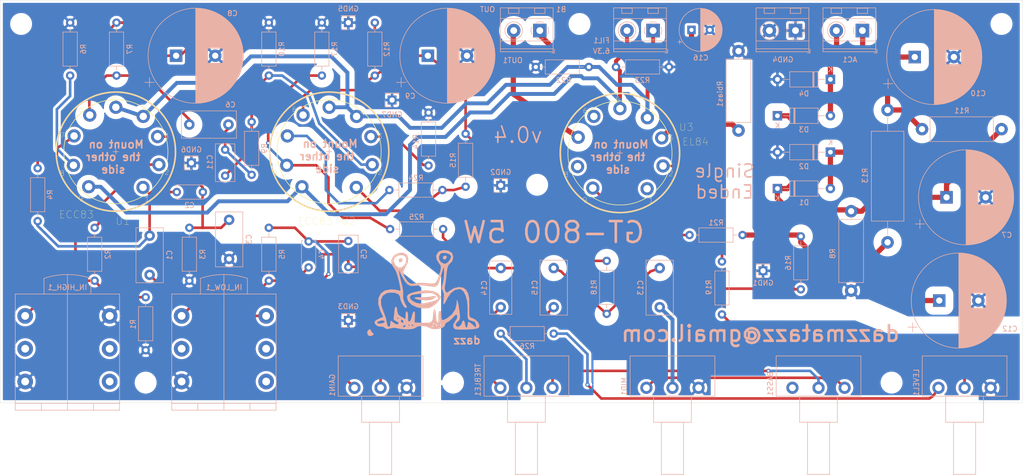
<source format=kicad_pcb>
(kicad_pcb (version 20171130) (host pcbnew "(5.1.6)-1")
  (layers (0 F.Cu signal) (31 B.Cu signal) (34 B.Paste user) (35 F.Paste user) (36 B.SilkS user) (37 F.SilkS user) (38 B.Mask user) (39 F.Mask user) (44 Edge.Cuts user))
  (net 0 "")
  (net 1 "Net-(BASS1-Pad1)")
  (net 2 "Net-(BASS1-Pad2)")
  (net 3 "Net-(C1-Pad2)")
  (net 4 "Net-(C1-Pad1)")
  (net 5 "Net-(C2-Pad2)")
  (net 6 GND)
  (net 7 "Net-(C4-Pad1)")
  (net 8 "Net-(C4-Pad2)")
  (net 9 "Net-(C11-Pad1)")
  (net 10 "Net-(C6-Pad2)")
  (net 11 /B1)
  (net 12 "Net-(C11-Pad2)")
  (net 13 /B2)
  (net 14 "Net-(C13-Pad1)")
  (net 15 "Net-(C13-Pad2)")
  (net 16 "Net-(C14-Pad2)")
  (net 17 "Net-(C14-Pad1)")
  (net 18 /Tin1)
  (net 19 /Tin2)
  (net 20 /OUT)
  (net 21 "Net-(LEVEL1-Pad3)")
  (net 22 "Net-(R2-Pad1)")
  (net 23 "Net-(R6-Pad2)")
  (net 24 "Net-(R14-Pad2)")
  (net 25 "Net-(R15-Pad1)")
  (net 26 "Net-(R21-Pad2)")
  (net 27 "Net-(IN_HIGH_1-PadT)")
  (net 28 /RECTF)
  (net 29 /A2)
  (net 30 /A1)
  (net 31 /FIL1)
  (net 32 /FIL2)
  (net 33 "Net-(R19-Pad1)")
  (net 34 "Net-(R24-Pad1)")
  (net 35 /EL84-CATHODE)
  (net 36 "Net-(R17-Pad2)")
  (net 37 "Net-(R26-Pad2)")
  (net 38 "Net-(C5-Pad1)")
  (net 39 "Net-(LEVEL1-Pad2)")
  (module toad-logo:toad-big (layer B.Cu) (at 125.9 110 180)
    (fp_text reference G*** hide)
    (fp_text value LOGO hide)
  )
  (module Resistor_THT:R_Axial_DIN0207_L6.3mm_D2.5mm_P10.16mm_Horizontal (layer B.Cu) (at 116.84 68.58 90)
    (fp_text reference R12 (at 5.08 2.286 270) (layer B.SilkS) (effects (justify mirror)))
    (fp_text value 10K)
    (pad 2 thru_hole oval (at 10.16 0 90) (size 1.6 1.6) (drill 0.8) (layers *.Cu *.Mask) (net 30 /A1))
    (pad 1 thru_hole circle (at 0 0 90) (size 1.6 1.6) (drill 0.8) (layers *.Cu *.Mask) (net 29 /A2))
  )
  (module Resistor_THT:R_Axial_DIN0414_L11.9mm_D4.5mm_P15.24mm_Horizontal (layer B.Cu) (at 221.742 78.867)
    (fp_text reference R11 (at 7.62 -3.556) (layer B.SilkS) (effects (justify mirror)))
    (fp_text value 220R/2W)
    (pad 2 thru_hole oval (at 15.24 0) (size 2.4 2.4) (drill 1.2) (layers *.Cu *.Mask) (net 28 /RECTF))
    (pad 1 thru_hole circle (at 0 0) (size 2.4 2.4) (drill 1.2) (layers *.Cu *.Mask) (net 11 /B1))
  )
  (module Resistor_THT:R_Axial_DIN0617_L17.0mm_D6.0mm_P25.40mm_Horizontal (layer B.Cu) (at 215.138 100.584 90)
    (fp_text reference R13 (at 12.827 -4.318 270) (layer B.SilkS) (effects (justify mirror)))
    (fp_text value 4K7/3W)
    (pad 2 thru_hole oval (at 25.4 0 90) (size 2.4 2.4) (drill 1.2) (layers *.Cu *.Mask) (net 11 /B1))
    (pad 1 thru_hole circle (at 0 0 90) (size 2.4 2.4) (drill 1.2) (layers *.Cu *.Mask) (net 13 /B2))
  )
  (module Resistor_THT:R_Axial_DIN0414_L11.9mm_D4.5mm_P15.24mm_Horizontal (layer B.Cu) (at 208.153 109.855 90)
    (fp_text reference R8 (at 7.112 -3.556 270) (layer B.SilkS) (effects (justify mirror)))
    (fp_text value 220K)
    (pad 2 thru_hole oval (at 15.24 0 90) (size 2.4 2.4) (drill 1.2) (layers *.Cu *.Mask) (net 28 /RECTF))
    (pad 1 thru_hole circle (at 0 0 90) (size 2.4 2.4) (drill 1.2) (layers *.Cu *.Mask) (net 6 GND))
  )
  (module Capacitor_THT:CP_Radial_D18.0mm_P7.50mm (layer B.Cu) (at 127 64.77)
    (fp_text reference C9 (at -3.37 7.74) (layer B.SilkS) (effects (justify mirror)))
    (fp_text value 47u)
    (pad 1 thru_hole rect (at 0 0) (size 2.4 2.4) (drill 1.2) (layers *.Cu *.Mask) (net 29 /A2))
    (pad 2 thru_hole circle (at 7.5 0) (size 2.4 2.4) (drill 1.2) (layers *.Cu *.Mask) (net 6 GND))
  )
  (module "Audio Jacks:6.35MM_STEREO_SWITCHED_JACK" (layer B.Cu) (at 66 127.3 180)
    (fp_text reference IN_HIGH_1 (at 8.112 18.08) (layer B.SilkS) (effects (justify mirror)))
    (fp_text value IN_HIGH)
    (pad SN thru_hole circle (at 0 0 180) (size 3 3) (drill 1.5) (layers *.Cu *.Mask))
    (pad RN thru_hole circle (at 0 6.3 180) (size 3 3) (drill 1.5) (layers *.Cu *.Mask))
    (pad TN thru_hole circle (at 0 12.6 180) (size 3 3) (drill 1.5) (layers *.Cu *.Mask) (net 6 GND))
    (pad S thru_hole circle (at 16.2 0 180) (size 3 3) (drill 1.5) (layers *.Cu *.Mask) (net 6 GND))
    (pad R thru_hole circle (at 16.2 6.3 180) (size 3 3) (drill 1.5) (layers *.Cu *.Mask))
    (pad T thru_hole circle (at 16.2 12.6 180) (size 3 3) (drill 1.5) (layers *.Cu *.Mask) (net 27 "Net-(IN_HIGH_1-PadT)"))
  )
  (module "Audio Jacks:6.35MM_STEREO_SWITCHED_JACK" (layer B.Cu) (at 96 127.3 180)
    (fp_text reference IN_LOW_1 (at 8.084 18.08) (layer B.SilkS) (effects (justify mirror)))
    (fp_text value IN_LOW)
    (pad SN thru_hole circle (at 0 0 180) (size 3 3) (drill 1.5) (layers *.Cu *.Mask))
    (pad RN thru_hole circle (at 0 6.3 180) (size 3 3) (drill 1.5) (layers *.Cu *.Mask))
    (pad TN thru_hole circle (at 0 12.6 180) (size 3 3) (drill 1.5) (layers *.Cu *.Mask) (net 3 "Net-(C1-Pad2)"))
    (pad S thru_hole circle (at 16.2 0 180) (size 3 3) (drill 1.5) (layers *.Cu *.Mask) (net 6 GND))
    (pad R thru_hole circle (at 16.2 6.3 180) (size 3 3) (drill 1.5) (layers *.Cu *.Mask))
    (pad T thru_hole circle (at 16.2 12.6 180) (size 3 3) (drill 1.5) (layers *.Cu *.Mask) (net 7 "Net-(C4-Pad1)"))
  )
  (module Capacitor_THT:C_Rect_L7.0mm_W3.5mm_P5.00mm (layer B.Cu) (at 88.138 82.804 270)
    (fp_text reference C11 (at 2.413 2.921 270) (layer B.SilkS) (effects (justify mirror)))
    (fp_text value 470p)
    (pad 2 thru_hole circle (at 5 0 270) (size 1.6 1.6) (drill 0.8) (layers *.Cu *.Mask) (net 12 "Net-(C11-Pad2)"))
    (pad 1 thru_hole circle (at 0 0 270) (size 1.6 1.6) (drill 0.8) (layers *.Cu *.Mask) (net 9 "Net-(C11-Pad1)"))
  )
  (module Capacitor_THT:C_Rect_L7.0mm_W3.5mm_P5.00mm (layer B.Cu) (at 111.76 105.33 90)
    (fp_text reference C5 (at 2.5 3 270) (layer B.SilkS) (effects (justify mirror)))
    (fp_text value 1n)
    (pad 2 thru_hole circle (at 5 0 90) (size 1.6 1.6) (drill 0.8) (layers *.Cu *.Mask) (net 8 "Net-(C4-Pad2)"))
    (pad 1 thru_hole circle (at 0 0 90) (size 1.6 1.6) (drill 0.8) (layers *.Cu *.Mask) (net 38 "Net-(C5-Pad1)"))
  )
  (module Capacitor_THT:C_Rect_L10.3mm_W5.0mm_P7.50mm_MKS4 (layer B.Cu) (at 151.13 113.03 90)
    (fp_text reference C15 (at 3.75 -3.616 270) (layer B.SilkS) (effects (justify mirror)))
    (fp_text value 22n)
    (pad 2 thru_hole circle (at 7.5 0 90) (size 2 2) (drill 1) (layers *.Cu *.Mask) (net 14 "Net-(C13-Pad1)"))
    (pad 1 thru_hole circle (at 0 0 90) (size 2 2) (drill 1) (layers *.Cu *.Mask) (net 2 "Net-(BASS1-Pad2)"))
  )
  (module Capacitor_THT:C_Rect_L10.3mm_W5.0mm_P7.50mm_MKS4 (layer B.Cu) (at 171.45 105.537 270)
    (fp_text reference C13 (at 3.75 3.683 270) (layer B.SilkS) (effects (justify mirror)))
    (fp_text value 22n)
    (pad 2 thru_hole circle (at 7.5 0 270) (size 2 2) (drill 1) (layers *.Cu *.Mask) (net 15 "Net-(C13-Pad2)"))
    (pad 1 thru_hole circle (at 0 0 270) (size 2 2) (drill 1) (layers *.Cu *.Mask) (net 14 "Net-(C13-Pad1)"))
  )
  (module Capacitor_THT:C_Rect_L10.3mm_W5.0mm_P7.50mm_MKS4 (layer B.Cu) (at 88.773 77.978 180)
    (fp_text reference C6 (at -0.381 3.81) (layer B.SilkS) (effects (justify mirror)))
    (fp_text value 22n)
    (pad 2 thru_hole circle (at 7.5 0 180) (size 2 2) (drill 1) (layers *.Cu *.Mask) (net 10 "Net-(C6-Pad2)"))
    (pad 1 thru_hole circle (at 0 0 180) (size 2 2) (drill 1) (layers *.Cu *.Mask) (net 9 "Net-(C11-Pad1)"))
  )
  (module Capacitor_THT:C_Rect_L10.3mm_W5.0mm_P7.50mm_MKS4 (layer B.Cu) (at 88.9 96.266 270)
    (fp_text reference C3 (at 3.75 -3.81 270) (layer B.SilkS) (effects (justify mirror)))
    (fp_text value 680n)
    (pad 2 thru_hole circle (at 7.5 0 270) (size 2 2) (drill 1) (layers *.Cu *.Mask) (net 6 GND))
    (pad 1 thru_hole circle (at 0 0 270) (size 2 2) (drill 1) (layers *.Cu *.Mask) (net 5 "Net-(C2-Pad2)"))
  )
  (module Capacitor_THT:C_Rect_L10.3mm_W5.0mm_P7.50mm_MKS4 (layer B.Cu) (at 73.66 99.314 270)
    (fp_text reference C1 (at 3.75 -3.81 270) (layer B.SilkS) (effects (justify mirror)))
    (fp_text value 22n)
    (pad 2 thru_hole circle (at 7.5 0 270) (size 2 2) (drill 1) (layers *.Cu *.Mask) (net 3 "Net-(C1-Pad2)"))
    (pad 1 thru_hole circle (at 0 0 270) (size 2 2) (drill 1) (layers *.Cu *.Mask) (net 4 "Net-(C1-Pad1)"))
  )
  (module Capacitor_THT:C_Rect_L10.0mm_W4.0mm_P7.50mm_FKS3_FKP3 (layer B.Cu) (at 140.97 113.03 90)
    (fp_text reference C14 (at 3.683 -3.175 270) (layer B.SilkS) (effects (justify mirror)))
    (fp_text value 470p)
    (pad 2 thru_hole circle (at 7.5 0 90) (size 2 2) (drill 1) (layers *.Cu *.Mask) (net 16 "Net-(C14-Pad2)"))
    (pad 1 thru_hole circle (at 0 0 90) (size 2 2) (drill 1) (layers *.Cu *.Mask) (net 17 "Net-(C14-Pad1)"))
  )
  (module tubes:NOVAL (layer F.Cu) (at 67.183 83.185)
    (fp_text reference U1 (at 1.326 13.334) (layer F.SilkS) (effects (font (size 1.4 1.4) (thickness 0.05))))
    (fp_text value ECC83 (at -7.564 12.064) (layer F.SilkS) (effects (font (size 1.4 1.4) (thickness 0.05))))
    (fp_text user 9 (at -6.731 9.0424) (layer F.SilkS) (effects (font (thickness 0.05))))
    (fp_text user 8 (at -10.3124 4.1656) (layer F.SilkS) (effects (font (thickness 0.05))))
    (fp_text user 7 (at -10.2616 -3.1242) (layer F.SilkS) (effects (font (thickness 0.05))))
    (fp_text user 6 (at -6.6548 -8.0772) (layer F.SilkS) (effects (font (thickness 0.05))))
    (fp_text user 5 (at -0.4318 -10.1854) (layer F.SilkS) (effects (font (thickness 0.05))))
    (fp_text user 4 (at 6.4008 -7.62) (layer F.SilkS) (effects (font (thickness 0.05))))
    (fp_text user 3 (at 9.7028 -2.8956) (layer F.SilkS) (effects (font (thickness 0.05))))
    (fp_text user 2 (at 9.779 3.937) (layer F.SilkS) (effects (font (thickness 0.05))))
    (fp_text user 1 (at 5.9944 9.0678) (layer F.SilkS) (effects (font (thickness 0.05))))
    (pad 9 thru_hole circle (at -5.207 6.731) (size 2.54 2.54) (drill 1.4224) (layers *.Cu *.Mask) (net 31 /FIL1))
    (pad 1 thru_hole circle (at 5.207 6.858) (size 2.54 2.54) (drill 1.4224) (layers *.Cu *.Mask) (net 4 "Net-(C1-Pad1)"))
    (pad 8 thru_hole circle (at -8.127 2.611) (size 2.54 2.54) (drill 1.4224) (layers *.Cu *.Mask) (net 23 "Net-(R6-Pad2)"))
    (pad 7 thru_hole circle (at -8.004 -3.02) (size 2.54 2.54) (drill 1.4224) (layers *.Cu *.Mask) (net 38 "Net-(C5-Pad1)"))
    (pad 6 thru_hole circle (at -5.004 -7.024) (size 2.54 2.54) (drill 1.4224) (layers *.Cu *.Mask) (net 10 "Net-(C6-Pad2)"))
    (pad 5 thru_hole circle (at 0 -8.524) (size 2.54 2.54) (drill 1.4224) (layers *.Cu *.Mask) (net 32 /FIL2))
    (pad 4 thru_hole circle (at 5.258 -6.77) (size 2.54 2.54) (drill 1.4224) (layers *.Cu *.Mask) (net 32 /FIL2))
    (pad 2 thru_hole circle (at 8.254 2.484) (size 2.54 2.54) (drill 1.4224) (layers *.Cu *.Mask) (net 22 "Net-(R2-Pad1)"))
    (pad 3 thru_hole circle (at 8.004 -2.893) (size 2.54 2.54) (drill 1.4224) (layers *.Cu *.Mask) (net 5 "Net-(C2-Pad2)"))
  )
  (module TerminalBlock_MetzConnect:TerminalBlock_MetzConnect_Type094_RT03502HBLU_1x02_P5.00mm_Horizontal (layer B.Cu) (at 197.485 59.944 180)
    (fp_text reference GND4 (at 2.413 -5.588) (layer B.SilkS) (effects (justify mirror)))
    (fp_text value GND)
    (pad 1 thru_hole rect (at 0 0 180) (size 2.6 2.6) (drill 1.3) (layers *.Cu *.Mask) (net 6 GND))
    (pad 2 thru_hole circle (at 5 0 180) (size 2.6 2.6) (drill 1.3) (layers *.Cu *.Mask) (net 6 GND))
  )
  (module Capacitor_THT:CP_Radial_D18.0mm_P7.50mm (layer B.Cu) (at 225.044 111.76)
    (fp_text reference C12 (at 13.54 5.42) (layer B.SilkS) (effects (justify mirror)))
    (fp_text value 47u)
    (pad 1 thru_hole rect (at 0 0) (size 2.4 2.4) (drill 1.2) (layers *.Cu *.Mask) (net 13 /B2))
    (pad 2 thru_hole circle (at 7.5 0) (size 2.4 2.4) (drill 1.2) (layers *.Cu *.Mask) (net 6 GND))
  )
  (module Capacitor_THT:CP_Radial_D18.0mm_P7.50mm (layer B.Cu) (at 220.345 65.024)
    (fp_text reference C10 (at 12.17 6.97) (layer B.SilkS) (effects (justify mirror)))
    (fp_text value 47u)
    (pad 1 thru_hole rect (at 0 0) (size 2.4 2.4) (drill 1.2) (layers *.Cu *.Mask) (net 11 /B1))
    (pad 2 thru_hole circle (at 7.5 0) (size 2.4 2.4) (drill 1.2) (layers *.Cu *.Mask) (net 6 GND))
  )
  (module Capacitor_THT:CP_Radial_D18.0mm_P7.50mm (layer B.Cu) (at 78.74 64.77)
    (fp_text reference C8 (at 10.795 -8.128) (layer B.SilkS) (effects (justify mirror)))
    (fp_text value 47u)
    (pad 1 thru_hole rect (at 0 0) (size 2.4 2.4) (drill 1.2) (layers *.Cu *.Mask) (net 30 /A1))
    (pad 2 thru_hole circle (at 7.5 0) (size 2.4 2.4) (drill 1.2) (layers *.Cu *.Mask) (net 6 GND))
  )
  (module Capacitor_THT:CP_Radial_D18.0mm_P7.50mm (layer B.Cu) (at 226.441 91.948)
    (fp_text reference C7 (at 11.557 7.239) (layer B.SilkS) (effects (justify mirror)))
    (fp_text value 47u)
    (pad 2 thru_hole circle (at 7.5 0) (size 2.4 2.4) (drill 1.2) (layers *.Cu *.Mask) (net 6 GND))
    (pad 1 thru_hole rect (at 0 0) (size 2.4 2.4) (drill 1.2) (layers *.Cu *.Mask) (net 28 /RECTF))
  )
  (module MountingHole:MountingHole_3.2mm_M3 (layer F.Cu) (at 215.9 127.508)
    (fp_text reference H7 (at 0 0) (layer F.SilkS))
    (fp_text value MountingHole)
    (pad 1 np_thru_hole circle (at 0 0) (size 3.2 3.2) (drill 3.2) (layers *.Cu *.Mask))
  )
  (module MountingHole:MountingHole_3.2mm_M3 (layer F.Cu) (at 147.955 89.535)
    (fp_text reference H6 (at 0 -0.076) (layer F.SilkS))
    (fp_text value MountingHole)
    (pad 1 np_thru_hole circle (at 0 0) (size 3.2 3.2) (drill 3.2) (layers *.Cu *.Mask))
  )
  (module MountingHole:MountingHole_3.2mm_M3 (layer F.Cu) (at 131.826 127.508)
    (fp_text reference H5 (at 0 0) (layer F.SilkS))
    (fp_text value MountingHole)
    (pad 1 np_thru_hole circle (at 0 0) (size 3.2 3.2) (drill 3.2) (layers *.Cu *.Mask))
  )
  (module MountingHole:MountingHole_3.2mm_M3 (layer F.Cu) (at 72.898 127.508)
    (fp_text reference H4 (at 0 0) (layer F.SilkS))
    (fp_text value MountingHole)
    (pad 1 np_thru_hole circle (at 0 0) (size 3.2 3.2) (drill 3.2) (layers *.Cu *.Mask))
  )
  (module MountingHole:MountingHole_3.2mm_M3 (layer F.Cu) (at 236.982 58.674)
    (fp_text reference H3 (at 0 0) (layer F.SilkS))
    (fp_text value MountingHole)
    (pad 1 np_thru_hole circle (at 0 0) (size 3.2 3.2) (drill 3.2) (layers *.Cu *.Mask))
  )
  (module MountingHole:MountingHole_3.2mm_M3 (layer F.Cu) (at 156.083 58.674)
    (fp_text reference H2 (at 0.254 0) (layer F.SilkS))
    (fp_text value MountingHole)
    (pad 1 np_thru_hole circle (at 0 0) (size 3.2 3.2) (drill 3.2) (layers *.Cu *.Mask))
  )
  (module MountingHole:MountingHole_3.2mm_M3 (layer F.Cu) (at 49.022 58.674)
    (fp_text reference H1 (at 0 0) (layer F.SilkS))
    (fp_text value MountingHole)
    (pad 1 np_thru_hole circle (at 0 0) (size 3.2 3.2) (drill 3.2) (layers *.Cu *.Mask))
  )
  (module Connector_PinHeader_2.54mm:PinHeader_1x01_P2.54mm_Vertical (layer B.Cu) (at 111.76 115.57)
    (fp_text reference GND3 (at 0 -2.667) (layer B.SilkS) (effects (justify mirror)))
    (fp_text value GND)
    (pad 1 thru_hole rect (at 0 0) (size 1.7 1.7) (drill 1) (layers *.Cu *.Mask) (net 6 GND))
  )
  (module Connector_PinHeader_2.54mm:PinHeader_1x01_P2.54mm_Vertical (layer B.Cu) (at 140.97 89.662)
    (fp_text reference GND2 (at 0 -2.54) (layer B.SilkS) (effects (justify mirror)))
    (fp_text value GND)
    (pad 1 thru_hole rect (at 0 0) (size 1.7 1.7) (drill 1) (layers *.Cu *.Mask) (net 6 GND))
  )
  (module tubes:NOVAL (layer F.Cu) (at 108.077 83.186)
    (fp_text reference U2 (at 3.683 13.334) (layer F.SilkS) (effects (font (size 1.4 1.4) (thickness 0.05))))
    (fp_text value ECC83 (at -2.667 13.334) (layer F.SilkS) (effects (font (size 1.4 1.4) (thickness 0.05))))
    (fp_text user 1 (at 5.9944 9.0678) (layer F.SilkS) (effects (font (thickness 0.05))))
    (fp_text user 2 (at 9.779 3.937) (layer F.SilkS) (effects (font (thickness 0.05))))
    (fp_text user 3 (at 9.7028 -2.8956) (layer F.SilkS) (effects (font (thickness 0.05))))
    (fp_text user 4 (at 6.4008 -7.62) (layer F.SilkS) (effects (font (thickness 0.05))))
    (fp_text user 5 (at -0.4318 -10.1854) (layer F.SilkS) (effects (font (thickness 0.05))))
    (fp_text user 6 (at -6.6548 -8.0772) (layer F.SilkS) (effects (font (thickness 0.05))))
    (fp_text user 7 (at -10.2616 -3.1242) (layer F.SilkS) (effects (font (thickness 0.05))))
    (fp_text user 8 (at -10.3124 4.1656) (layer F.SilkS) (effects (font (thickness 0.05))))
    (fp_text user 9 (at -6.731 9.0424) (layer F.SilkS) (effects (font (thickness 0.05))))
    (pad 3 thru_hole circle (at 8.004 -2.893) (size 2.54 2.54) (drill 1.4224) (layers *.Cu *.Mask) (net 24 "Net-(R14-Pad2)"))
    (pad 2 thru_hole circle (at 8.254 2.484) (size 2.54 2.54) (drill 1.4224) (layers *.Cu *.Mask) (net 12 "Net-(C11-Pad2)"))
    (pad 4 thru_hole circle (at 5.258 -6.77) (size 2.54 2.54) (drill 1.4224) (layers *.Cu *.Mask) (net 32 /FIL2))
    (pad 5 thru_hole circle (at 0 -8.524) (size 2.54 2.54) (drill 1.4224) (layers *.Cu *.Mask) (net 32 /FIL2))
    (pad 6 thru_hole circle (at -5.004 -7.024) (size 2.54 2.54) (drill 1.4224) (layers *.Cu *.Mask) (net 29 /A2))
    (pad 7 thru_hole circle (at -8.004 -3.02) (size 2.54 2.54) (drill 1.4224) (layers *.Cu *.Mask) (net 34 "Net-(R24-Pad1)"))
    (pad 8 thru_hole circle (at -8.127 2.611) (size 2.54 2.54) (drill 1.4224) (layers *.Cu *.Mask) (net 36 "Net-(R17-Pad2)"))
    (pad 1 thru_hole circle (at 5.207 6.858) (size 2.54 2.54) (drill 1.4224) (layers *.Cu *.Mask) (net 25 "Net-(R15-Pad1)"))
    (pad 9 thru_hole circle (at -5.207 6.731) (size 2.54 2.54) (drill 1.4224) (layers *.Cu *.Mask) (net 31 /FIL1))
  )
  (module Capacitor_THT:C_Disc_D5.0mm_W2.5mm_P5.00mm (layer B.Cu) (at 78.867 90.932)
    (fp_text reference C2 (at 2.46 2.54) (layer B.SilkS) (effects (justify mirror)))
    (fp_text value 100p)
    (pad 1 thru_hole circle (at 0 0) (size 1.6 1.6) (drill 0.8) (layers *.Cu *.Mask) (net 4 "Net-(C1-Pad1)"))
    (pad 2 thru_hole circle (at 5 0) (size 1.6 1.6) (drill 0.8) (layers *.Cu *.Mask) (net 5 "Net-(C2-Pad2)"))
  )
  (module Capacitor_THT:C_Disc_D5.0mm_W2.5mm_P5.00mm (layer B.Cu) (at 104.14 105.41 90)
    (fp_text reference C4 (at 2.54 2.54 270) (layer B.SilkS) (effects (justify mirror)))
    (fp_text value 470p)
    (pad 1 thru_hole circle (at 0 0 90) (size 1.6 1.6) (drill 0.8) (layers *.Cu *.Mask) (net 7 "Net-(C4-Pad1)"))
    (pad 2 thru_hole circle (at 5 0 90) (size 1.6 1.6) (drill 0.8) (layers *.Cu *.Mask) (net 8 "Net-(C4-Pad2)"))
  )
  (module Diode_THT:D_A-405_P10.16mm_Horizontal (layer B.Cu) (at 194.019999 90.264)
    (fp_text reference D1 (at 5.08 2.667) (layer B.SilkS) (effects (justify mirror)))
    (fp_text value D)
    (fp_text user K (at 0 1.9) (layer B.SilkS) (effects (justify mirror)))
    (pad 1 thru_hole rect (at 0 0) (size 1.8 1.8) (drill 0.9) (layers *.Cu *.Mask) (net 28 /RECTF))
    (pad 2 thru_hole oval (at 10.16 0) (size 1.8 1.8) (drill 0.9) (layers *.Cu *.Mask) (net 18 /Tin1))
  )
  (module Diode_THT:D_A-405_P10.16mm_Horizontal (layer B.Cu) (at 204.179999 83.279 180)
    (fp_text reference D2 (at 5.08 -2.737) (layer B.SilkS) (effects (justify mirror)))
    (fp_text value D)
    (fp_text user K (at 0 1.9) (layer B.SilkS) (effects (justify mirror)))
    (pad 2 thru_hole oval (at 10.16 0 180) (size 1.8 1.8) (drill 0.9) (layers *.Cu *.Mask) (net 6 GND))
    (pad 1 thru_hole rect (at 0 0 180) (size 1.8 1.8) (drill 0.9) (layers *.Cu *.Mask) (net 18 /Tin1))
  )
  (module Diode_THT:D_A-405_P10.16mm_Horizontal (layer B.Cu) (at 194.019999 76.294)
    (fp_text reference D3 (at 5.08 2.667) (layer B.SilkS) (effects (justify mirror)))
    (fp_text value D)
    (fp_text user K (at 0 1.9) (layer B.SilkS) (effects (justify mirror)))
    (pad 1 thru_hole rect (at 0 0) (size 1.8 1.8) (drill 0.9) (layers *.Cu *.Mask) (net 28 /RECTF))
    (pad 2 thru_hole oval (at 10.16 0) (size 1.8 1.8) (drill 0.9) (layers *.Cu *.Mask) (net 19 /Tin2))
  )
  (module Diode_THT:D_A-405_P10.16mm_Horizontal (layer B.Cu) (at 204.179999 69.309 180)
    (fp_text reference D4 (at 5.08 -2.737) (layer B.SilkS) (effects (justify mirror)))
    (fp_text value D)
    (fp_text user K (at 0 1.9) (layer B.SilkS) (effects (justify mirror)))
    (pad 2 thru_hole oval (at 10.16 0 180) (size 1.8 1.8) (drill 0.9) (layers *.Cu *.Mask) (net 6 GND))
    (pad 1 thru_hole rect (at 0 0 180) (size 1.8 1.8) (drill 0.9) (layers *.Cu *.Mask) (net 19 /Tin2))
  )
  (module Resistor_THT:R_Axial_DIN0207_L6.3mm_D2.5mm_P10.16mm_Horizontal (layer B.Cu) (at 72.898 121.285 90)
    (fp_text reference R1 (at 4.953 -2.413 270) (layer B.SilkS) (effects (justify mirror)))
    (fp_text value 1M)
    (pad 2 thru_hole oval (at 10.16 0 90) (size 1.6 1.6) (drill 0.8) (layers *.Cu *.Mask) (net 27 "Net-(IN_HIGH_1-PadT)"))
    (pad 1 thru_hole circle (at 0 0 90) (size 1.6 1.6) (drill 0.8) (layers *.Cu *.Mask) (net 6 GND))
  )
  (module Resistor_THT:R_Axial_DIN0207_L6.3mm_D2.5mm_P10.16mm_Horizontal (layer B.Cu) (at 63.119 97.79 270)
    (fp_text reference R2 (at 5.08 -2.54 270) (layer B.SilkS) (effects (justify mirror)))
    (fp_text value 68K)
    (pad 2 thru_hole oval (at 10.16 0 270) (size 1.6 1.6) (drill 0.8) (layers *.Cu *.Mask) (net 27 "Net-(IN_HIGH_1-PadT)"))
    (pad 1 thru_hole circle (at 0 0 270) (size 1.6 1.6) (drill 0.8) (layers *.Cu *.Mask) (net 22 "Net-(R2-Pad1)"))
  )
  (module Resistor_THT:R_Axial_DIN0207_L6.3mm_D2.5mm_P10.16mm_Horizontal (layer B.Cu) (at 81.28 107.95 90)
    (fp_text reference R3 (at 5.08 2.54 270) (layer B.SilkS) (effects (justify mirror)))
    (fp_text value 2K7)
    (pad 2 thru_hole oval (at 10.16 0 90) (size 1.6 1.6) (drill 0.8) (layers *.Cu *.Mask) (net 5 "Net-(C2-Pad2)"))
    (pad 1 thru_hole circle (at 0 0 90) (size 1.6 1.6) (drill 0.8) (layers *.Cu *.Mask) (net 6 GND))
  )
  (module Resistor_THT:R_Axial_DIN0207_L6.3mm_D2.5mm_P10.16mm_Horizontal (layer B.Cu) (at 52.197 96.52 90)
    (fp_text reference R4 (at 5.08 2.37 270) (layer B.SilkS) (effects (justify mirror)))
    (fp_text value 100K)
    (pad 1 thru_hole circle (at 0 0 90) (size 1.6 1.6) (drill 0.8) (layers *.Cu *.Mask) (net 4 "Net-(C1-Pad1)"))
    (pad 2 thru_hole oval (at 10.16 0 90) (size 1.6 1.6) (drill 0.8) (layers *.Cu *.Mask) (net 30 /A1))
  )
  (module Resistor_THT:R_Axial_DIN0207_L6.3mm_D2.5mm_P10.16mm_Horizontal (layer B.Cu) (at 96.52 97.79 270)
    (fp_text reference R5 (at 5.08 -2.54 270) (layer B.SilkS) (effects (justify mirror)))
    (fp_text value 470K)
    (pad 1 thru_hole circle (at 0 0 270) (size 1.6 1.6) (drill 0.8) (layers *.Cu *.Mask) (net 8 "Net-(C4-Pad2)"))
    (pad 2 thru_hole oval (at 10.16 0 270) (size 1.6 1.6) (drill 0.8) (layers *.Cu *.Mask) (net 7 "Net-(C4-Pad1)"))
  )
  (module Resistor_THT:R_Axial_DIN0207_L6.3mm_D2.5mm_P10.16mm_Horizontal (layer B.Cu) (at 58.42 58.42 270)
    (fp_text reference R6 (at 5.08 -2.54 270) (layer B.SilkS) (effects (justify mirror)))
    (fp_text value 10K)
    (pad 2 thru_hole oval (at 10.16 0 270) (size 1.6 1.6) (drill 0.8) (layers *.Cu *.Mask) (net 23 "Net-(R6-Pad2)"))
    (pad 1 thru_hole circle (at 0 0 270) (size 1.6 1.6) (drill 0.8) (layers *.Cu *.Mask) (net 6 GND))
  )
  (module Resistor_THT:R_Axial_DIN0207_L6.3mm_D2.5mm_P10.16mm_Horizontal (layer B.Cu) (at 67.31 68.58 90)
    (fp_text reference R7 (at 5.08 2.54 270) (layer B.SilkS) (effects (justify mirror)))
    (fp_text value 100K)
    (pad 2 thru_hole oval (at 10.16 0 90) (size 1.6 1.6) (drill 0.8) (layers *.Cu *.Mask) (net 30 /A1))
    (pad 1 thru_hole circle (at 0 0 90) (size 1.6 1.6) (drill 0.8) (layers *.Cu *.Mask) (net 10 "Net-(C6-Pad2)"))
  )
  (module Resistor_THT:R_Axial_DIN0207_L6.3mm_D2.5mm_P10.16mm_Horizontal (layer B.Cu) (at 93.218 77.47 270)
    (fp_text reference R9 (at 5.08 -2.413 270) (layer B.SilkS) (effects (justify mirror)))
    (fp_text value 470K)
    (pad 1 thru_hole circle (at 0 0 270) (size 1.6 1.6) (drill 0.8) (layers *.Cu *.Mask) (net 12 "Net-(C11-Pad2)"))
    (pad 2 thru_hole oval (at 10.16 0 270) (size 1.6 1.6) (drill 0.8) (layers *.Cu *.Mask) (net 9 "Net-(C11-Pad1)"))
  )
  (module Resistor_THT:R_Axial_DIN0207_L6.3mm_D2.5mm_P10.16mm_Horizontal (layer B.Cu) (at 96.52 58.42 270)
    (fp_text reference R10 (at 5.08 -2.456 270) (layer B.SilkS) (effects (justify mirror)))
    (fp_text value 470K)
    (pad 1 thru_hole circle (at 0 0 270) (size 1.6 1.6) (drill 0.8) (layers *.Cu *.Mask) (net 6 GND))
    (pad 2 thru_hole oval (at 10.16 0 270) (size 1.6 1.6) (drill 0.8) (layers *.Cu *.Mask) (net 12 "Net-(C11-Pad2)"))
  )
  (module Resistor_THT:R_Axial_DIN0207_L6.3mm_D2.5mm_P10.16mm_Horizontal (layer B.Cu) (at 127.127 75.692 270)
    (fp_text reference R14 (at 5.588 2.413 270) (layer B.SilkS) (effects (justify mirror)))
    (fp_text value 820R)
    (pad 2 thru_hole oval (at 10.16 0 270) (size 1.6 1.6) (drill 0.8) (layers *.Cu *.Mask) (net 24 "Net-(R14-Pad2)"))
    (pad 1 thru_hole circle (at 0 0 270) (size 1.6 1.6) (drill 0.8) (layers *.Cu *.Mask) (net 6 GND))
  )
  (module Resistor_THT:R_Axial_DIN0207_L6.3mm_D2.5mm_P10.16mm_Horizontal (layer B.Cu) (at 134.239 89.916 90)
    (fp_text reference R15 (at 5.08 -2.413 270) (layer B.SilkS) (effects (justify mirror)))
    (fp_text value 100K)
    (pad 2 thru_hole oval (at 10.16 0 90) (size 1.6 1.6) (drill 0.8) (layers *.Cu *.Mask) (net 29 /A2))
    (pad 1 thru_hole circle (at 0 0 90) (size 1.6 1.6) (drill 0.8) (layers *.Cu *.Mask) (net 25 "Net-(R15-Pad1)"))
  )
  (module Resistor_THT:R_Axial_DIN0207_L6.3mm_D2.5mm_P10.16mm_Horizontal (layer B.Cu) (at 198.501 109.601 90)
    (fp_text reference R16 (at 5.08 -2.413 270) (layer B.SilkS) (effects (justify mirror)))
    (fp_text value 10K)
    (pad 2 thru_hole oval (at 10.16 0 90) (size 1.6 1.6) (drill 0.8) (layers *.Cu *.Mask) (net 13 /B2))
    (pad 1 thru_hole circle (at 0 0 90) (size 1.6 1.6) (drill 0.8) (layers *.Cu *.Mask) (net 29 /A2))
  )
  (module Resistor_THT:R_Axial_DIN0207_L6.3mm_D2.5mm_P10.16mm_Horizontal (layer B.Cu) (at 106.68 58.42 270)
    (fp_text reference R17 (at 5.08 -2.456 270) (layer B.SilkS) (effects (justify mirror)))
    (fp_text value 100K)
    (pad 1 thru_hole circle (at 0 0 270) (size 1.6 1.6) (drill 0.8) (layers *.Cu *.Mask) (net 6 GND))
    (pad 2 thru_hole oval (at 10.16 0 270) (size 1.6 1.6) (drill 0.8) (layers *.Cu *.Mask) (net 36 "Net-(R17-Pad2)"))
  )
  (module Resistor_THT:R_Axial_DIN0207_L6.3mm_D2.5mm_P10.16mm_Horizontal (layer B.Cu) (at 161.29 114.3 90)
    (fp_text reference R18 (at 5.08 -2.456 270) (layer B.SilkS) (effects (justify mirror)))
    (fp_text value 33K)
    (pad 1 thru_hole circle (at 0 0 90) (size 1.6 1.6) (drill 0.8) (layers *.Cu *.Mask) (net 14 "Net-(C13-Pad1)"))
    (pad 2 thru_hole oval (at 10.16 0 90) (size 1.6 1.6) (drill 0.8) (layers *.Cu *.Mask) (net 16 "Net-(C14-Pad2)"))
  )
  (module Resistor_THT:R_Axial_DIN0207_L6.3mm_D2.5mm_P10.16mm_Horizontal (layer B.Cu) (at 183.388 104.267 270)
    (fp_text reference R19 (at 4.953 2.54 270) (layer B.SilkS) (effects (justify mirror)))
    (fp_text value 10K)
    (pad 1 thru_hole circle (at 0 0 270) (size 1.6 1.6) (drill 0.8) (layers *.Cu *.Mask) (net 33 "Net-(R19-Pad1)"))
    (pad 2 thru_hole oval (at 10.16 0 270) (size 1.6 1.6) (drill 0.8) (layers *.Cu *.Mask) (net 39 "Net-(LEVEL1-Pad2)"))
  )
  (module Resistor_THT:R_Axial_DIN0207_L6.3mm_D2.5mm_P10.16mm_Horizontal (layer B.Cu) (at 187.325 99.187 180)
    (fp_text reference R21 (at 5.08 2.37) (layer B.SilkS) (effects (justify mirror)))
    (fp_text value 1K)
    (pad 2 thru_hole oval (at 10.16 0 180) (size 1.6 1.6) (drill 0.8) (layers *.Cu *.Mask) (net 26 "Net-(R21-Pad2)"))
    (pad 1 thru_hole circle (at 0 0 180) (size 1.6 1.6) (drill 0.8) (layers *.Cu *.Mask) (net 13 /B2))
  )
  (module Resistor_THT:R_Axial_DIN0207_L6.3mm_D2.5mm_P10.16mm_Horizontal (layer B.Cu) (at 147.701 66.929)
    (fp_text reference R22 (at 5.334 2.54) (layer B.SilkS) (effects (justify mirror)))
    (fp_text value 100R)
    (pad 2 thru_hole oval (at 10.16 0) (size 1.6 1.6) (drill 0.8) (layers *.Cu *.Mask) (net 32 /FIL2))
    (pad 1 thru_hole circle (at 0 0) (size 1.6 1.6) (drill 0.8) (layers *.Cu *.Mask) (net 6 GND))
  )
  (module Resistor_THT:R_Axial_DIN0207_L6.3mm_D2.5mm_P10.16mm_Horizontal (layer B.Cu) (at 163.068 66.929)
    (fp_text reference R23 (at 5.08 2.54) (layer B.SilkS) (effects (justify mirror)))
    (fp_text value 100R)
    (pad 1 thru_hole circle (at 0 0) (size 1.6 1.6) (drill 0.8) (layers *.Cu *.Mask) (net 31 /FIL1))
    (pad 2 thru_hole oval (at 10.16 0) (size 1.6 1.6) (drill 0.8) (layers *.Cu *.Mask) (net 6 GND))
  )
  (module tubes:NOVAL (layer F.Cu) (at 163.83 83.439)
    (fp_text reference U3 (at 12.7 -4.953) (layer F.SilkS) (effects (font (size 1.4 1.4) (thickness 0.05))))
    (fp_text value EL84 (at 14.478 -2.159) (layer F.SilkS) (effects (font (size 1.4 1.4) (thickness 0.05))))
    (fp_text user 9 (at -6.731 9.0424) (layer F.SilkS) (effects (font (thickness 0.05))))
    (fp_text user 8 (at -10.3124 4.1656) (layer F.SilkS) (effects (font (thickness 0.05))))
    (fp_text user 7 (at -10.2616 -3.1242) (layer F.SilkS) (effects (font (thickness 0.05))))
    (fp_text user 6 (at -6.6548 -8.0772) (layer F.SilkS) (effects (font (thickness 0.05))))
    (fp_text user 5 (at -0.4318 -10.1854) (layer F.SilkS) (effects (font (thickness 0.05))))
    (fp_text user 4 (at 6.4008 -7.62) (layer F.SilkS) (effects (font (thickness 0.05))))
    (fp_text user 3 (at 9.7028 -2.8956) (layer F.SilkS) (effects (font (thickness 0.05))))
    (fp_text user 2 (at 9.779 3.937) (layer F.SilkS) (effects (font (thickness 0.05))))
    (fp_text user 1 (at 5.9944 9.0678) (layer F.SilkS) (effects (font (thickness 0.05))))
    (pad 9 thru_hole circle (at -5.207 6.731) (size 2.54 2.54) (drill 1.4224) (layers *.Cu *.Mask) (net 26 "Net-(R21-Pad2)"))
    (pad 1 thru_hole circle (at 5.207 6.858) (size 2.54 2.54) (drill 1.4224) (layers *.Cu *.Mask))
    (pad 8 thru_hole circle (at -8.127 2.611) (size 2.54 2.54) (drill 1.4224) (layers *.Cu *.Mask))
    (pad 7 thru_hole circle (at -8.004 -3.02) (size 2.54 2.54) (drill 1.4224) (layers *.Cu *.Mask) (net 20 /OUT))
    (pad 6 thru_hole circle (at -5.004 -7.024) (size 2.54 2.54) (drill 1.4224) (layers *.Cu *.Mask))
    (pad 5 thru_hole circle (at 0 -8.524) (size 2.54 2.54) (drill 1.4224) (layers *.Cu *.Mask) (net 31 /FIL1))
    (pad 4 thru_hole circle (at 5.258 -6.77) (size 2.54 2.54) (drill 1.4224) (layers *.Cu *.Mask) (net 32 /FIL2))
    (pad 2 thru_hole circle (at 8.254 2.484) (size 2.54 2.54) (drill 1.4224) (layers *.Cu *.Mask) (net 33 "Net-(R19-Pad1)"))
    (pad 3 thru_hole circle (at 8.004 -2.893) (size 2.54 2.54) (drill 1.4224) (layers *.Cu *.Mask) (net 35 /EL84-CATHODE))
  )
  (module TerminalBlock_MetzConnect:TerminalBlock_MetzConnect_Type094_RT03502HBLU_1x02_P5.00mm_Horizontal (layer B.Cu) (at 210.312 59.944 180)
    (fp_text reference AC1 (at 2.413 -5.588) (layer B.SilkS) (effects (justify mirror)))
    (fp_text value AC_IN)
    (pad 1 thru_hole rect (at 0 0 180) (size 2.6 2.6) (drill 1.3) (layers *.Cu *.Mask) (net 18 /Tin1))
    (pad 2 thru_hole circle (at 5 0 180) (size 2.6 2.6) (drill 1.3) (layers *.Cu *.Mask) (net 19 /Tin2))
  )
  (module TerminalBlock_MetzConnect:TerminalBlock_MetzConnect_Type094_RT03502HBLU_1x02_P5.00mm_Horizontal (layer B.Cu) (at 170.18 59.944 180)
    (fp_text reference FIL1 (at 9.906 -1.905) (layer B.SilkS) (effects (justify mirror)))
    (fp_text value FIL)
    (pad 2 thru_hole circle (at 5 0 180) (size 2.6 2.6) (drill 1.3) (layers *.Cu *.Mask) (net 31 /FIL1))
    (pad 1 thru_hole rect (at 0 0 180) (size 2.6 2.6) (drill 1.3) (layers *.Cu *.Mask) (net 32 /FIL2))
  )
  (module Connector_PinHeader_2.54mm:PinHeader_1x01_P2.54mm_Vertical (layer B.Cu) (at 191.262 106.045)
    (fp_text reference GND1 (at 0 2.33) (layer B.SilkS) (effects (justify mirror)))
    (fp_text value GND)
    (pad 1 thru_hole rect (at 0 0) (size 1.7 1.7) (drill 1) (layers *.Cu *.Mask) (net 6 GND))
  )
  (module Connector_PinHeader_2.54mm:PinHeader_1x01_P2.54mm_Vertical (layer B.Cu) (at 111.76 58.42)
    (fp_text reference GND5 (at 0 -2.667) (layer B.SilkS) (effects (justify mirror)))
    (fp_text value GND)
    (pad 1 thru_hole rect (at 0 0) (size 1.7 1.7) (drill 1) (layers *.Cu *.Mask) (net 6 GND))
  )
  (module Connector_PinHeader_2.54mm:PinHeader_1x01_P2.54mm_Vertical (layer B.Cu) (at 81.661 85.344)
    (fp_text reference GND6 (at 0 -2.54) (layer B.SilkS) (effects (justify mirror)))
    (fp_text value GND)
    (pad 1 thru_hole rect (at 0 0) (size 1.7 1.7) (drill 1) (layers *.Cu *.Mask) (net 6 GND))
  )
  (module Connector_PinHeader_2.54mm:PinHeader_1x01_P2.54mm_Vertical (layer B.Cu) (at 120.142 73.279)
    (fp_text reference GND7 (at 0 2.794) (layer B.SilkS) (effects (justify mirror)))
    (fp_text value GND)
    (pad 1 thru_hole rect (at 0 0) (size 1.7 1.7) (drill 1) (layers *.Cu *.Mask) (net 6 GND))
  )
  (module Resistor_THT:R_Axial_DIN0207_L6.3mm_D2.5mm_P10.16mm_Horizontal (layer B.Cu) (at 119.634 90.551)
    (fp_text reference R24 (at 5.08 -2.329) (layer B.SilkS) (effects (justify mirror)))
    (fp_text value 100R)
    (pad 1 thru_hole circle (at 0 0) (size 1.6 1.6) (drill 0.8) (layers *.Cu *.Mask) (net 34 "Net-(R24-Pad1)"))
    (pad 2 thru_hole oval (at 10.16 0) (size 1.6 1.6) (drill 0.8) (layers *.Cu *.Mask) (net 25 "Net-(R15-Pad1)"))
  )
  (module Resistor_THT:R_Axial_DIN0207_L6.3mm_D2.5mm_P10.16mm_Horizontal (layer B.Cu) (at 119.761 98.044)
    (fp_text reference R25 (at 5.08 -2.329) (layer B.SilkS) (effects (justify mirror)))
    (fp_text value 100R)
    (pad 1 thru_hole circle (at 0 0) (size 1.6 1.6) (drill 0.8) (layers *.Cu *.Mask) (net 36 "Net-(R17-Pad2)"))
    (pad 2 thru_hole oval (at 10.16 0) (size 1.6 1.6) (drill 0.8) (layers *.Cu *.Mask) (net 16 "Net-(C14-Pad2)"))
  )
  (module Potentiometer_THT:Potentiometer_Piher_T-16H_Single_Horizontal (layer B.Cu) (at 206.9 128.5 270)
    (fp_text reference BASS1 (at -0.762 14.25 270) (layer B.SilkS) (effects (justify mirror)))
    (fp_text value A1M)
    (pad 3 thru_hole circle (at 0 10 270) (size 2.34 2.34) (drill 1.3) (layers *.Cu *.Mask))
    (pad 2 thru_hole circle (at 0 5 270) (size 2.34 2.34) (drill 1.3) (layers *.Cu *.Mask) (net 2 "Net-(BASS1-Pad2)"))
    (pad 1 thru_hole circle (at 0 0 270) (size 2.34 2.34) (drill 1.3) (layers *.Cu *.Mask) (net 1 "Net-(BASS1-Pad1)"))
  )
  (module Potentiometer_THT:Potentiometer_Piher_T-16H_Single_Horizontal (layer B.Cu) (at 122.936 128.5 270)
    (fp_text reference GAIN1 (at -0.484 14.25 270) (layer B.SilkS) (effects (justify mirror)))
    (fp_text value A1M)
    (pad 3 thru_hole circle (at 0 10 270) (size 2.34 2.34) (drill 1.3) (layers *.Cu *.Mask) (net 8 "Net-(C4-Pad2)"))
    (pad 2 thru_hole circle (at 0 5 270) (size 2.34 2.34) (drill 1.3) (layers *.Cu *.Mask) (net 38 "Net-(C5-Pad1)"))
    (pad 1 thru_hole circle (at 0 0 270) (size 2.34 2.34) (drill 1.3) (layers *.Cu *.Mask) (net 6 GND))
  )
  (module Potentiometer_THT:Potentiometer_Piher_T-16H_Single_Horizontal (layer B.Cu) (at 234.9 128.5 270)
    (fp_text reference LEVEL1 (at -0.992 14.25 270) (layer B.SilkS) (effects (justify mirror)))
    (fp_text value A1M)
    (pad 1 thru_hole circle (at 0 0 270) (size 2.34 2.34) (drill 1.3) (layers *.Cu *.Mask) (net 6 GND))
    (pad 2 thru_hole circle (at 0 5 270) (size 2.34 2.34) (drill 1.3) (layers *.Cu *.Mask) (net 39 "Net-(LEVEL1-Pad2)"))
    (pad 3 thru_hole circle (at 0 10 270) (size 2.34 2.34) (drill 1.3) (layers *.Cu *.Mask) (net 21 "Net-(LEVEL1-Pad3)"))
  )
  (module Potentiometer_THT:Potentiometer_Piher_T-16H_Single_Horizontal (layer B.Cu) (at 178.9 128.5 270)
    (fp_text reference MID1 (at -0.23 14.25 270) (layer B.SilkS) (effects (justify mirror)))
    (fp_text value B25K)
    (pad 3 thru_hole circle (at 0 10 270) (size 2.34 2.34) (drill 1.3) (layers *.Cu *.Mask) (net 1 "Net-(BASS1-Pad1)"))
    (pad 2 thru_hole circle (at 0 5 270) (size 2.34 2.34) (drill 1.3) (layers *.Cu *.Mask) (net 15 "Net-(C13-Pad2)"))
    (pad 1 thru_hole circle (at 0 0 270) (size 2.34 2.34) (drill 1.3) (layers *.Cu *.Mask) (net 6 GND))
  )
  (module Potentiometer_THT:Potentiometer_Piher_T-16H_Single_Horizontal (layer B.Cu) (at 150.9 128.5 270)
    (fp_text reference TREBLE1 (at -1.5 14.294 270) (layer B.SilkS) (effects (justify mirror)))
    (fp_text value B250K)
    (pad 1 thru_hole circle (at 0 0 270) (size 2.34 2.34) (drill 1.3) (layers *.Cu *.Mask) (net 2 "Net-(BASS1-Pad2)"))
    (pad 2 thru_hole circle (at 0 5 270) (size 2.34 2.34) (drill 1.3) (layers *.Cu *.Mask) (net 37 "Net-(R26-Pad2)"))
    (pad 3 thru_hole circle (at 0 10 270) (size 2.34 2.34) (drill 1.3) (layers *.Cu *.Mask) (net 17 "Net-(C14-Pad1)"))
  )
  (module Resistor_THT:R_Axial_DIN0414_L11.9mm_D4.5mm_P15.24mm_Horizontal (layer B.Cu) (at 186.563 63.881 270)
    (fp_text reference Rbias1 (at 8.255 3.556 270) (layer B.SilkS) (effects (justify mirror)))
    (fp_text value 220R)
    (pad 1 thru_hole circle (at 0 0 270) (size 2.4 2.4) (drill 1.2) (layers *.Cu *.Mask) (net 6 GND))
    (pad 2 thru_hole oval (at 15.24 0 270) (size 2.4 2.4) (drill 1.2) (layers *.Cu *.Mask) (net 35 /EL84-CATHODE))
  )
  (module Resistor_THT:R_Axial_DIN0207_L6.3mm_D2.5mm_P10.16mm_Horizontal (layer B.Cu) (at 151.13 118.11 180)
    (fp_text reference R26 (at 5.08 -2.413) (layer B.SilkS) (effects (justify mirror)))
    (fp_text value ?R)
    (pad 1 thru_hole circle (at 0 0 180) (size 1.6 1.6) (drill 0.8) (layers *.Cu *.Mask) (net 21 "Net-(LEVEL1-Pad3)"))
    (pad 2 thru_hole oval (at 10.16 0 180) (size 1.6 1.6) (drill 0.8) (layers *.Cu *.Mask) (net 37 "Net-(R26-Pad2)"))
  )
  (module Capacitor_THT:CP_Radial_D8.0mm_P3.50mm (layer B.Cu) (at 177.546 59.817)
    (fp_text reference C16 (at 1.778 5.334) (layer B.SilkS) (effects (justify mirror)))
    (fp_text value 22u)
    (pad 1 thru_hole rect (at 0 0) (size 1.6 1.6) (drill 0.8) (layers *.Cu *.Mask) (net 35 /EL84-CATHODE))
    (pad 2 thru_hole circle (at 3.5 0) (size 1.6 1.6) (drill 0.8) (layers *.Cu *.Mask) (net 6 GND))
  )
  (module TerminalBlock_MetzConnect:TerminalBlock_MetzConnect_Type094_RT03502HBLU_1x02_P5.00mm_Horizontal (layer B.Cu) (at 148.463 59.944 180)
    (fp_text reference OUT1 (at 5.207 -5.715) (layer B.SilkS) (effects (justify mirror)))
    (fp_text value OUT)
    (pad 1 thru_hole rect (at 0 0 180) (size 2.6 2.6) (drill 1.3) (layers *.Cu *.Mask) (net 11 /B1))
    (pad 2 thru_hole circle (at 5 0 180) (size 2.6 2.6) (drill 1.3) (layers *.Cu *.Mask) (net 20 /OUT))
  )
  (gr_text dazzmatazz@gmail.com (at 190.754 118.11) (layer B.SilkS) (effects (font (size 3 3) (thickness 0.5)) (justify mirror)))
  (gr_text "Mount on \nthe other\nside" (at 163.449 84.201) (layer B.SilkS) (effects (font (size 1.5 1.5) (thickness 0.3)) (justify mirror)))
  (gr_text "Mount on \nthe other\nside" (at 107.696 84.074) (layer B.SilkS) (effects (font (size 1.5 1.5) (thickness 0.3)) (justify mirror)))
  (gr_text "Mount on \nthe other\nside" (at 66.675 84.201) (layer B.SilkS) (effects (font (size 1.5 1.5) (thickness 0.3)) (justify mirror)))
  (gr_text dazz (at 134.493 119.38) (layer B.SilkS) (effects (font (size 1.5 1.5) (thickness 0.3)) (justify mirror)))
  (gr_text 6.3V (at 160.274 63.881) (layer B.SilkS) (effects (font (size 1 1)) (justify mirror)))
  (gr_text " Single \nEnded" (at 183.896 88.9) (layer B.SilkS) (effects (font (size 2.5 2.5) (thickness 0.3)) (justify mirror)))
  (gr_text B1 (at 152.527 55.88) (layer B.SilkS) (effects (font (size 1 1)) (justify mirror)))
  (gr_text OUT (at 138.43 55.88) (layer B.SilkS) (effects (font (size 1 1)) (justify mirror)))
  (gr_text v0.4 (at 144.272 80.01) (layer B.SilkS) (effects (font (size 3 3) (thickness 0.3)) (justify mirror)))
  (gr_text "GT-800 5W" (at 151.13 98.679) (layer B.SilkS) (effects (font (size 4 4) (thickness 0.5)) (justify mirror)))
  (gr_line (start 45 131.4) (end 45 54.102) (layer Edge.Cuts) (width 0.05))
  (gr_line (start 241 131.4) (end 45 131.4) (layer Edge.Cuts) (width 0.05))
  (gr_line (start 241 54.102) (end 241 131.4) (layer Edge.Cuts) (width 0.05))
  (gr_line (start 45 54.102) (end 241 54.102) (layer Edge.Cuts) (width 0.05))
  (segment (start 170.069999 127.330001) (end 168.9 128.5) (width 0.5) (layer F.Cu) (net 1))
  (segment (start 170.820001 126.579999) (end 170.069999 127.330001) (width 0.5) (layer F.Cu) (net 1))
  (segment (start 206.9 128.524) (end 204.955999 126.579999) (width 0.5) (layer F.Cu) (net 1))
  (segment (start 204.955999 126.579999) (end 170.820001 126.579999) (width 0.5) (layer F.Cu) (net 1))
  (segment (start 202.1 127.805) (end 202.1 128.524) (width 0.5) (layer B.Cu) (net 2))
  (segment (start 150.9 113.26) (end 151.13 113.03) (width 0.75) (layer F.Cu) (net 2))
  (segment (start 150.9 125.96) (end 150.9 128.5) (width 0.5) (layer F.Cu) (net 2))
  (segment (start 150.130001 114.029999) (end 150.130001 114.069999) (width 0.5) (layer F.Cu) (net 2))
  (segment (start 151.13 113.03) (end 150.130001 114.029999) (width 0.5) (layer F.Cu) (net 2))
  (segment (start 150.130001 114.069999) (end 147.7 116.5) (width 0.5) (layer F.Cu) (net 2))
  (segment (start 147.7 116.5) (end 147.7 122.44) (width 0.5) (layer F.Cu) (net 2))
  (segment (start 150.88 125.62) (end 150.9 125.96) (width 0.5) (layer F.Cu) (net 2))
  (via (at 192.29726 125.25327) (size 0.8) (drill 0.4) (layers F.Cu B.Cu) (net 2))
  (segment (start 201.9 126.869371) (end 201.9 128.524) (width 0.5) (layer B.Cu) (net 2))
  (segment (start 200.283899 125.25327) (end 201.9 126.869371) (width 0.5) (layer B.Cu) (net 2))
  (segment (start 192.29726 125.25327) (end 200.283899 125.25327) (width 0.5) (layer B.Cu) (net 2))
  (segment (start 150.54673 125.25327) (end 150.53 125.27) (width 0.5) (layer F.Cu) (net 2))
  (segment (start 192.29726 125.25327) (end 150.54673 125.25327) (width 0.5) (layer F.Cu) (net 2))
  (segment (start 147.7 122.44) (end 150.53 125.27) (width 0.5) (layer F.Cu) (net 2))
  (segment (start 150.53 125.27) (end 150.88 125.62) (width 0.5) (layer F.Cu) (net 2))
  (segment (start 93.87868 114.7) (end 90.73868 117.84) (width 0.5) (layer F.Cu) (net 3))
  (segment (start 96 114.7) (end 93.87868 114.7) (width 0.5) (layer F.Cu) (net 3))
  (segment (start 90.73868 117.84) (end 77.52 117.84) (width 0.5) (layer F.Cu) (net 3))
  (segment (start 77.52 117.84) (end 76.38 116.7) (width 0.5) (layer F.Cu) (net 3))
  (segment (start 76.38 109.534) (end 73.66 106.814) (width 0.5) (layer F.Cu) (net 3))
  (segment (start 76.38 116.7) (end 76.38 109.534) (width 0.5) (layer F.Cu) (net 3))
  (segment (start 73.66 99.314) (end 73.659999 91.312999) (width 0.5) (layer F.Cu) (net 4))
  (segment (start 73.659999 91.312999) (end 72.39 90.043) (width 0.5) (layer F.Cu) (net 4))
  (segment (start 74.040998 90.932) (end 73.659999 91.312999) (width 0.5) (layer F.Cu) (net 4))
  (segment (start 78.867 90.932) (end 74.040998 90.932) (width 0.5) (layer F.Cu) (net 4))
  (segment (start 52.832 98.044) (end 52.180868 97.424058) (width 0.5) (layer B.Cu) (net 4))
  (segment (start 56.134 101.346) (end 52.832 98.044) (width 0.5) (layer B.Cu) (net 4))
  (segment (start 73.66 99.314) (end 71.628 101.346) (width 0.5) (layer B.Cu) (net 4))
  (segment (start 71.628 101.346) (end 56.134 101.346) (width 0.5) (layer B.Cu) (net 4))
  (segment (start 52.180868 96.536132) (end 52.197 96.52) (width 0.5) (layer B.Cu) (net 4))
  (segment (start 52.180868 97.424058) (end 52.180868 96.536132) (width 0.5) (layer B.Cu) (net 4))
  (segment (start 83.82 97.79) (end 83.82 90.043) (width 0.5) (layer F.Cu) (net 5))
  (segment (start 83.82 90.043) (end 82.296 88.519) (width 0.5) (layer F.Cu) (net 5))
  (segment (start 78.514651 80.292651) (end 75.187 80.292) (width 0.5) (layer F.Cu) (net 5))
  (segment (start 80.01 81.28) (end 78.514651 80.292651) (width 0.5) (layer F.Cu) (net 5))
  (segment (start 80.01 87.122) (end 80.01 81.28) (width 0.5) (layer F.Cu) (net 5))
  (segment (start 82.296 88.519) (end 81.407 88.519) (width 0.5) (layer F.Cu) (net 5))
  (segment (start 81.407 88.519) (end 80.01 87.122) (width 0.5) (layer F.Cu) (net 5))
  (segment (start 81.28 97.79) (end 83.82 97.79) (width 0.5) (layer F.Cu) (net 5))
  (segment (start 87.376 97.79) (end 88.9 96.266) (width 0.5) (layer F.Cu) (net 5))
  (segment (start 83.82 97.79) (end 87.376 97.79) (width 0.5) (layer F.Cu) (net 5))
  (segment (start 66.4 114.3) (end 66 114.7) (width 0.5) (layer F.Cu) (net 6))
  (segment (start 101.6 107.95) (end 104.14 105.41) (width 0.5) (layer F.Cu) (net 7))
  (segment (start 96.52 107.95) (end 101.6 107.95) (width 0.5) (layer F.Cu) (net 7))
  (segment (start 81.299999 113.200001) (end 87.869999 113.200001) (width 0.5) (layer F.Cu) (net 7))
  (segment (start 79.8 114.7) (end 81.299999 113.200001) (width 0.5) (layer F.Cu) (net 7))
  (segment (start 87.869999 113.200001) (end 90.92 110.15) (width 0.5) (layer F.Cu) (net 7))
  (segment (start 94.32 110.15) (end 96.52 107.95) (width 0.5) (layer F.Cu) (net 7))
  (segment (start 90.92 110.15) (end 94.32 110.15) (width 0.5) (layer F.Cu) (net 7))
  (segment (start 101.52 97.79) (end 96.52 97.79) (width 0.5) (layer F.Cu) (net 8))
  (segment (start 104.14 100.41) (end 101.52 97.79) (width 0.5) (layer F.Cu) (net 8))
  (segment (start 104.22 100.33) (end 104.14 100.41) (width 0.5) (layer F.Cu) (net 8))
  (segment (start 111.68 100.41) (end 111.76 100.33) (width 0.5) (layer F.Cu) (net 8))
  (segment (start 104.14 100.41) (end 111.68 100.41) (width 0.5) (layer F.Cu) (net 8))
  (segment (start 112.936 128.5) (end 105.41 120.974) (width 0.5) (layer F.Cu) (net 8))
  (via (at 107.95 106.68) (size 0.8) (drill 0.4) (layers F.Cu B.Cu) (net 8))
  (segment (start 105.41 120.974) (end 105.41 109.22) (width 0.5) (layer F.Cu) (net 8))
  (segment (start 105.41 109.22) (end 107.95 106.68) (width 0.5) (layer F.Cu) (net 8))
  (segment (start 105.33 100.41) (end 104.14 100.41) (width 0.5) (layer B.Cu) (net 8))
  (segment (start 105.49 100.41) (end 105.33 100.41) (width 0.5) (layer B.Cu) (net 8))
  (segment (start 107.95 106.68) (end 107.95 102.87) (width 0.5) (layer B.Cu) (net 8))
  (segment (start 107.95 102.87) (end 105.49 100.41) (width 0.5) (layer B.Cu) (net 8))
  (segment (start 88.138 79.375) (end 88.138 82.55) (width 0.5) (layer F.Cu) (net 9))
  (segment (start 88.138 79.375) (end 89.535 77.978) (width 0.5) (layer F.Cu) (net 9))
  (segment (start 93.218 87.63) (end 88.138 82.804) (width 0.5) (layer B.Cu) (net 9))
  (segment (start 65.405 68.58) (end 67.31 68.58) (width 0.5) (layer F.Cu) (net 10))
  (segment (start 62.103 76.162) (end 62.103 71.882) (width 0.5) (layer F.Cu) (net 10))
  (segment (start 62.103 71.882) (end 65.405 68.58) (width 0.5) (layer F.Cu) (net 10))
  (segment (start 81.273 77.0185) (end 81.273 77.978) (width 0.5) (layer F.Cu) (net 10))
  (segment (start 67.31 68.58) (end 72.8345 68.58) (width 0.5) (layer F.Cu) (net 10))
  (segment (start 72.8345 68.58) (end 81.273 77.0185) (width 0.5) (layer F.Cu) (net 10))
  (segment (start 148.428 60.763) (end 151.419 63.754) (width 1) (layer F.Cu) (net 11))
  (segment (start 148.428 59.817) (end 148.428 60.763) (width 1) (layer F.Cu) (net 11))
  (segment (start 151.419 63.754) (end 158.75 63.754) (width 1) (layer F.Cu) (net 11))
  (segment (start 158.75 63.754) (end 160.782 61.722) (width 1) (layer F.Cu) (net 11))
  (segment (start 215.138 67.31) (end 215.138 75.184) (width 1) (layer F.Cu) (net 11))
  (segment (start 216.027 66.421) (end 215.138 67.31) (width 1) (layer F.Cu) (net 11))
  (segment (start 218.059 75.184) (end 221.742 78.867) (width 1) (layer F.Cu) (net 11))
  (segment (start 215.138 75.184) (end 218.059 75.184) (width 1) (layer F.Cu) (net 11))
  (segment (start 218.145 65.024) (end 216.027 65.024) (width 1) (layer F.Cu) (net 11))
  (segment (start 220.345 65.024) (end 218.145 65.024) (width 1) (layer F.Cu) (net 11))
  (segment (start 216.027 66.421) (end 216.027 65.024) (width 1) (layer F.Cu) (net 11))
  (segment (start 160.782 61.722) (end 160.782 57.785) (width 1) (layer F.Cu) (net 11))
  (segment (start 160.782 57.785) (end 162.43999 56.12701) (width 1) (layer F.Cu) (net 11))
  (segment (start 216.027 58.166) (end 213.868 56.12701) (width 1) (layer F.Cu) (net 11))
  (segment (start 216.027 65.024) (end 216.027 58.166) (width 1) (layer F.Cu) (net 11))
  (segment (start 162.43999 56.12701) (end 213.868 56.12701) (width 1) (layer F.Cu) (net 11))
  (segment (start 93.218 82.47) (end 93.218 77.47) (width 0.5) (layer F.Cu) (net 12))
  (segment (start 92.924 82.764) (end 93.218 82.47) (width 0.5) (layer F.Cu) (net 12))
  (segment (start 88.138 87.804) (end 92.924 82.764) (width 0.5) (layer F.Cu) (net 12))
  (segment (start 99.06 68.58) (end 96.52 68.58) (width 0.5) (layer B.Cu) (net 12))
  (segment (start 104.267 72.39) (end 99.06 68.58) (width 0.5) (layer B.Cu) (net 12))
  (segment (start 106.172 77.791733) (end 104.267 72.39) (width 0.5) (layer B.Cu) (net 12))
  (segment (start 116.331 85.67) (end 114.245 85.67) (width 0.5) (layer B.Cu) (net 12))
  (segment (start 114.245 85.67) (end 106.172 77.791733) (width 0.5) (layer B.Cu) (net 12))
  (segment (start 93.218 71.882) (end 96.52 68.58) (width 0.5) (layer F.Cu) (net 12))
  (segment (start 93.218 77.47) (end 93.218 71.882) (width 0.5) (layer F.Cu) (net 12))
  (segment (start 202.32263 104.394) (end 212.598 104.394) (width 1) (layer F.Cu) (net 13))
  (segment (start 198.501 99.441) (end 198.501 100.57237) (width 1) (layer F.Cu) (net 13))
  (segment (start 198.501 100.57237) (end 202.32263 104.394) (width 1) (layer F.Cu) (net 13))
  (segment (start 198.247 99.187) (end 198.501 99.441) (width 1) (layer F.Cu) (net 13))
  (segment (start 187.325 99.187) (end 198.247 99.187) (width 1) (layer F.Cu) (net 13))
  (segment (start 212.598 103.124) (end 215.138 100.584) (width 1) (layer F.Cu) (net 13))
  (segment (start 212.598 104.394) (end 212.598 103.124) (width 1) (layer F.Cu) (net 13))
  (segment (start 212.598 106.299) (end 218.059 111.76) (width 1) (layer F.Cu) (net 13))
  (segment (start 212.598 104.394) (end 212.598 106.299) (width 1) (layer F.Cu) (net 13))
  (segment (start 218.059 111.76) (end 225.044 111.76) (width 1) (layer F.Cu) (net 13))
  (segment (start 169.672 106.172) (end 171.45 105.537) (width 0.5) (layer F.Cu) (net 14))
  (segment (start 161.29 114.3) (end 169.672 106.172) (width 0.5) (layer F.Cu) (net 14))
  (segment (start 152.544213 106.172) (end 156.083 109.710787) (width 0.5) (layer F.Cu) (net 14))
  (segment (start 151.13 105.53) (end 152.544213 106.172) (width 0.5) (layer F.Cu) (net 14))
  (segment (start 161.29 114.3) (end 156.083 109.728) (width 0.5) (layer F.Cu) (net 14))
  (segment (start 173.91 115.41) (end 171.45 113.037) (width 0.75) (layer B.Cu) (net 15))
  (segment (start 173.91 128.5) (end 173.91 115.41) (width 0.75) (layer B.Cu) (net 15))
  (segment (start 154.813 104.14) (end 161.29 104.14) (width 0.5) (layer F.Cu) (net 16))
  (segment (start 153.162 102.235) (end 154.813 104.14) (width 0.5) (layer F.Cu) (net 16))
  (segment (start 145.535 105.53) (end 148.463 102.235) (width 0.5) (layer F.Cu) (net 16))
  (segment (start 148.463 102.235) (end 153.162 102.235) (width 0.5) (layer F.Cu) (net 16))
  (segment (start 140.97 105.53) (end 145.535 105.53) (width 0.5) (layer F.Cu) (net 16))
  (segment (start 139.555787 105.53) (end 140.97 105.53) (width 0.5) (layer F.Cu) (net 16))
  (segment (start 135.76763 105.53) (end 139.555787 105.53) (width 0.5) (layer F.Cu) (net 16))
  (segment (start 129.921 99.68337) (end 135.76763 105.53) (width 0.5) (layer F.Cu) (net 16))
  (segment (start 129.921 98.552) (end 129.921 99.68337) (width 0.5) (layer F.Cu) (net 16))
  (segment (start 140.9 128.5) (end 136.8 124.4) (width 0.5) (layer F.Cu) (net 17))
  (segment (start 136.8 117.2) (end 140.97 113.03) (width 0.5) (layer F.Cu) (net 17))
  (segment (start 136.8 124.4) (end 136.8 117.2) (width 0.5) (layer F.Cu) (net 17))
  (segment (start 204.179999 90.264) (end 204.179999 83.279) (width 1) (layer F.Cu) (net 18))
  (segment (start 208.186 83.279) (end 204.179999 83.279) (width 1) (layer F.Cu) (net 18))
  (segment (start 210.359 59.944) (end 210.359 81.106) (width 1) (layer F.Cu) (net 18))
  (segment (start 210.359 81.106) (end 208.186 83.279) (width 1) (layer F.Cu) (net 18))
  (segment (start 204.179999 76.294) (end 204.179999 69.309) (width 1) (layer F.Cu) (net 19))
  (segment (start 204.179999 69.309) (end 204.179999 65.187001) (width 1) (layer F.Cu) (net 19))
  (segment (start 205.359 64.008) (end 205.359 59.944) (width 1) (layer F.Cu) (net 19))
  (segment (start 204.179999 65.187001) (end 205.359 64.008) (width 1) (layer F.Cu) (net 19))
  (segment (start 143.383 72.136) (end 143.383 59.817) (width 1) (layer F.Cu) (net 20))
  (segment (start 155.826 80.419) (end 147.061473 74.680527) (width 1) (layer F.Cu) (net 20))
  (segment (start 147.061473 74.680527) (end 143.383 72.136) (width 1) (layer F.Cu) (net 20))
  (via (at 157.599938 127.902813) (size 0.8) (drill 0.4) (layers F.Cu B.Cu) (net 21))
  (segment (start 157.599938 127.902813) (end 157.599938 122.039938) (width 0.5) (layer B.Cu) (net 21))
  (segment (start 153.67 118.11) (end 151.13 118.11) (width 0.5) (layer B.Cu) (net 21))
  (segment (start 157.599938 122.039938) (end 153.67 118.11) (width 0.5) (layer B.Cu) (net 21))
  (segment (start 160.253125 130.556) (end 157.599938 127.902813) (width 0.5) (layer F.Cu) (net 21))
  (segment (start 223.144 130.556) (end 160.253125 130.556) (width 0.5) (layer F.Cu) (net 21))
  (segment (start 223.730001 130.169999) (end 223.144 130.556) (width 0.5) (layer F.Cu) (net 21))
  (segment (start 224.9 128.5) (end 224 129.9) (width 0.5) (layer F.Cu) (net 21))
  (segment (start 224 129.9) (end 223.730001 130.169999) (width 0.5) (layer F.Cu) (net 21))
  (segment (start 63.918999 96.990001) (end 63.918999 93.815001) (width 0.5) (layer F.Cu) (net 22))
  (segment (start 63.119 97.79) (end 63.918999 96.990001) (width 0.5) (layer F.Cu) (net 22))
  (segment (start 72.065 85.669) (end 75.437 85.669) (width 0.5) (layer F.Cu) (net 22))
  (segment (start 63.918999 93.815001) (end 72.065 85.669) (width 0.5) (layer F.Cu) (net 22))
  (segment (start 59.056 85.796) (end 55.88 82.62) (width 0.5) (layer B.Cu) (net 23))
  (segment (start 55.88 82.62) (end 55.88 75.057) (width 0.5) (layer B.Cu) (net 23))
  (segment (start 58.42 72.517) (end 58.42 68.58) (width 0.5) (layer B.Cu) (net 23))
  (segment (start 55.88 75.057) (end 58.42 72.517) (width 0.5) (layer B.Cu) (net 23))
  (segment (start 127 85.725) (end 127.127 85.852) (width 0.5) (layer F.Cu) (net 24))
  (segment (start 126.111 85.725) (end 127 85.725) (width 0.5) (layer F.Cu) (net 24))
  (segment (start 116.081 80.293) (end 120.679 80.293) (width 0.5) (layer F.Cu) (net 24))
  (segment (start 120.679 80.293) (end 126.111 85.725) (width 0.5) (layer F.Cu) (net 24))
  (segment (start 131.953 90.551) (end 134.239 89.916) (width 0.5) (layer F.Cu) (net 25))
  (segment (start 129.794 90.551) (end 131.953 90.551) (width 0.5) (layer F.Cu) (net 25))
  (segment (start 114.553999 91.313999) (end 113.284 90.044) (width 0.5) (layer F.Cu) (net 25))
  (segment (start 117.75999 94.51999) (end 114.553999 91.313999) (width 0.5) (layer F.Cu) (net 25))
  (segment (start 129.794 90.551) (end 124.61899 94.51999) (width 0.5) (layer F.Cu) (net 25))
  (segment (start 124.61899 94.51999) (end 117.75999 94.51999) (width 0.5) (layer F.Cu) (net 25))
  (segment (start 163.576 95.123) (end 158.623 90.17) (width 0.5) (layer F.Cu) (net 26))
  (segment (start 171.704 95.123) (end 163.576 95.123) (width 0.5) (layer F.Cu) (net 26))
  (segment (start 175.768 99.187) (end 171.704 95.123) (width 0.5) (layer F.Cu) (net 26))
  (segment (start 175.768 99.187) (end 177.165 99.187) (width 0.5) (layer F.Cu) (net 26))
  (segment (start 66.04 111.125) (end 66 111.085) (width 0.5) (layer F.Cu) (net 27))
  (segment (start 72.898 111.125) (end 66.04 111.125) (width 0.5) (layer F.Cu) (net 27))
  (segment (start 66 111.085) (end 63.119 107.95) (width 0.5) (layer F.Cu) (net 27))
  (segment (start 56.55 107.95) (end 63.119 107.95) (width 0.5) (layer F.Cu) (net 27))
  (segment (start 49.8 114.7) (end 56.55 107.95) (width 0.5) (layer F.Cu) (net 27))
  (segment (start 194.019999 92.164) (end 194.019999 90.264) (width 1) (layer F.Cu) (net 28))
  (segment (start 196.216999 94.361) (end 194.019999 92.164) (width 1) (layer F.Cu) (net 28))
  (segment (start 209.169 94.361) (end 196.216999 94.361) (width 1) (layer F.Cu) (net 28))
  (segment (start 196.055 76.294) (end 194.019999 76.294) (width 1) (layer F.Cu) (net 28))
  (segment (start 199.136 79.375) (end 196.055 76.294) (width 1) (layer F.Cu) (net 28))
  (segment (start 199.136 87.047999) (end 199.136 79.375) (width 1) (layer F.Cu) (net 28))
  (segment (start 194.019999 90.264) (end 195.919999 90.264) (width 1) (layer F.Cu) (net 28))
  (segment (start 195.919999 90.264) (end 199.136 87.047999) (width 1) (layer F.Cu) (net 28))
  (segment (start 208.153 94.615) (end 210.185 94.615) (width 1) (layer F.Cu) (net 28))
  (segment (start 212.852 91.948) (end 226.441 91.948) (width 1) (layer F.Cu) (net 28))
  (segment (start 210.185 94.615) (end 212.852 91.948) (width 1) (layer F.Cu) (net 28))
  (segment (start 226.441 89.408) (end 236.982 78.867) (width 1) (layer F.Cu) (net 28))
  (segment (start 226.441 91.948) (end 226.441 89.408) (width 1) (layer F.Cu) (net 28))
  (segment (start 104.546 71.374) (end 113.03 71.374) (width 0.5) (layer F.Cu) (net 29))
  (segment (start 122.428 64.77) (end 127 64.77) (width 0.5) (layer F.Cu) (net 29))
  (segment (start 116.84 68.58) (end 122.428 64.77) (width 0.5) (layer F.Cu) (net 29))
  (segment (start 103.073 72.593) (end 104.546 71.374) (width 0.5) (layer F.Cu) (net 29))
  (segment (start 103.073 76.162) (end 103.073 72.593) (width 0.5) (layer F.Cu) (net 29))
  (segment (start 113.03 71.374) (end 116.84 68.58) (width 0.5) (layer F.Cu) (net 29))
  (segment (start 132.158396 68.755604) (end 127 64.77) (width 0.5) (layer F.Cu) (net 29))
  (segment (start 134.239 79.756) (end 134.239 70.836208) (width 0.5) (layer F.Cu) (net 29))
  (segment (start 164.592 101.854) (end 158.5595 95.758) (width 0.5) (layer F.Cu) (net 29))
  (segment (start 139.954 95.758) (end 137.414 93.218) (width 0.5) (layer F.Cu) (net 29))
  (segment (start 158.5595 95.758) (end 139.954 95.758) (width 0.5) (layer F.Cu) (net 29))
  (segment (start 137.414 93.218) (end 137.414 82.931) (width 0.5) (layer F.Cu) (net 29))
  (segment (start 137.414 82.931) (end 134.239 79.756) (width 0.5) (layer F.Cu) (net 29))
  (segment (start 197.36963 109.601) (end 197.24263 109.474) (width 0.5) (layer F.Cu) (net 29))
  (segment (start 198.501 109.601) (end 197.36963 109.601) (width 0.5) (layer F.Cu) (net 29))
  (segment (start 197.24263 109.474) (end 181.61 109.474) (width 0.5) (layer F.Cu) (net 29))
  (segment (start 181.61 109.474) (end 173.99 101.854) (width 0.5) (layer F.Cu) (net 29))
  (segment (start 173.99 101.854) (end 164.592 101.854) (width 0.5) (layer F.Cu) (net 29))
  (segment (start 134.239 70.836208) (end 132.158396 68.755604) (width 0.5) (layer F.Cu) (net 29))
  (segment (start 54.737 63.5) (end 52.197 66.04) (width 0.5) (layer F.Cu) (net 30))
  (segment (start 52.197 66.04) (end 52.197 86.36) (width 0.5) (layer F.Cu) (net 30))
  (segment (start 62.23 63.5) (end 54.737 63.5) (width 0.5) (layer F.Cu) (net 30))
  (segment (start 67.31 58.42) (end 62.23 63.5) (width 0.5) (layer F.Cu) (net 30))
  (segment (start 116.84 60.071) (end 116.84 58.42) (width 0.5) (layer F.Cu) (net 30))
  (segment (start 115.189 61.722) (end 116.84 60.071) (width 0.5) (layer F.Cu) (net 30))
  (segment (start 91.186 61.722) (end 115.189 61.722) (width 0.5) (layer F.Cu) (net 30))
  (segment (start 89.789 60.325) (end 91.186 61.722) (width 0.5) (layer F.Cu) (net 30))
  (segment (start 83.947 60.325) (end 89.789 60.325) (width 0.5) (layer F.Cu) (net 30))
  (segment (start 68.58 58.42) (end 74.93 64.77) (width 0.5) (layer F.Cu) (net 30))
  (segment (start 67.31 58.42) (end 68.58 58.42) (width 0.5) (layer F.Cu) (net 30))
  (segment (start 74.93 64.77) (end 79.54 64.77) (width 0.5) (layer F.Cu) (net 30))
  (segment (start 79.54 64.77) (end 82.08 62.23) (width 0.5) (layer F.Cu) (net 30))
  (segment (start 82.08 62.23) (end 82.08 62.192) (width 0.5) (layer F.Cu) (net 30))
  (segment (start 82.08 62.192) (end 83.947 60.325) (width 0.5) (layer F.Cu) (net 30))
  (segment (start 102.87 89.916) (end 100.077 92.709) (width 0.75) (layer B.Cu) (net 31))
  (segment (start 61.977 89.917) (end 61.976 89.916) (width 0.75) (layer B.Cu) (net 31))
  (segment (start 100.094051 92.71) (end 86.868 92.71) (width 0.75) (layer B.Cu) (net 31))
  (segment (start 86.868 92.71) (end 84.709 94.869) (width 0.75) (layer B.Cu) (net 31))
  (segment (start 84.709 94.869) (end 69.215 94.869) (width 0.75) (layer B.Cu) (net 31))
  (segment (start 64.262 89.916) (end 61.976 89.916) (width 0.75) (layer B.Cu) (net 31))
  (segment (start 69.215 94.869) (end 64.262 89.916) (width 0.75) (layer B.Cu) (net 31))
  (segment (start 163.83 67.691) (end 163.068 66.929) (width 0.75) (layer F.Cu) (net 31))
  (segment (start 163.83 74.915) (end 163.83 67.691) (width 0.75) (layer F.Cu) (net 31))
  (segment (start 163.703 74.788) (end 163.83 74.915) (width 0.75) (layer B.Cu) (net 31))
  (segment (start 163.703 73.257888) (end 163.703 74.788) (width 0.75) (layer B.Cu) (net 31))
  (segment (start 159.549113 69.104001) (end 163.703 73.257888) (width 0.75) (layer B.Cu) (net 31))
  (segment (start 156.816999 69.104001) (end 159.549113 69.104001) (width 0.75) (layer B.Cu) (net 31))
  (segment (start 156.392008 68.67901) (end 156.816999 69.104001) (width 0.75) (layer B.Cu) (net 31))
  (segment (start 123.580133 90.541867) (end 123.580133 81.905867) (width 0.75) (layer B.Cu) (net 31))
  (segment (start 125.12299 80.36301) (end 130.391877 80.36301) (width 0.75) (layer B.Cu) (net 31))
  (segment (start 118.932989 95.189011) (end 123.580133 90.541867) (width 0.75) (layer B.Cu) (net 31))
  (segment (start 135.090876 75.66401) (end 139.154877 75.66401) (width 0.75) (layer B.Cu) (net 31))
  (segment (start 109.074794 95.189011) (end 118.932989 95.189011) (width 0.75) (layer B.Cu) (net 31))
  (segment (start 102.87 89.917) (end 107.568 94.615) (width 0.75) (layer B.Cu) (net 31))
  (segment (start 139.154877 75.66401) (end 142.710876 72.10801) (width 0.75) (layer B.Cu) (net 31))
  (segment (start 107.568 94.615) (end 108.077 95.123) (width 0.75) (layer B.Cu) (net 31))
  (segment (start 123.580133 81.905867) (end 125.12299 80.36301) (width 0.75) (layer B.Cu) (net 31))
  (segment (start 130.391877 80.36301) (end 135.090876 75.66401) (width 0.75) (layer B.Cu) (net 31))
  (segment (start 142.710876 72.10801) (end 151.219877 72.10801) (width 0.75) (layer B.Cu) (net 31))
  (segment (start 108.077 95.123) (end 109.074794 95.189011) (width 0.75) (layer B.Cu) (net 31))
  (segment (start 151.219877 72.10801) (end 154.013876 69.31401) (width 0.75) (layer B.Cu) (net 31))
  (segment (start 154.013876 69.18701) (end 154.521876 68.67901) (width 0.75) (layer B.Cu) (net 31))
  (segment (start 154.013876 69.31401) (end 154.013876 69.18701) (width 0.75) (layer B.Cu) (net 31))
  (segment (start 154.521876 68.67901) (end 156.392008 68.67901) (width 0.75) (layer B.Cu) (net 31))
  (segment (start 165.227 63.63863) (end 165.227 61.994) (width 0.75) (layer F.Cu) (net 31))
  (segment (start 163.068 65.79763) (end 165.227 63.63863) (width 0.75) (layer F.Cu) (net 31))
  (segment (start 163.068 66.929) (end 163.068 65.79763) (width 0.75) (layer F.Cu) (net 31))
  (segment (start 165.18 61.947) (end 165.18 59.944) (width 0.75) (layer F.Cu) (net 31))
  (segment (start 165.227 61.994) (end 165.18 61.947) (width 0.75) (layer F.Cu) (net 31))
  (segment (start 111.581 74.662) (end 113.335 76.416) (width 0.75) (layer B.Cu) (net 32))
  (segment (start 108.077 74.662) (end 111.581 74.662) (width 0.75) (layer B.Cu) (net 32))
  (segment (start 67.183 74.661) (end 72.441 76.415) (width 0.75) (layer B.Cu) (net 32))
  (segment (start 111.581 74.662) (end 111.581 68.02) (width 0.75) (layer B.Cu) (net 32))
  (segment (start 111.581 68.02) (end 108.458 64.897) (width 0.75) (layer B.Cu) (net 32))
  (segment (start 108.458 64.897) (end 93.091 64.897) (width 0.75) (layer B.Cu) (net 32))
  (segment (start 93.091 64.897) (end 88.011 69.977) (width 0.75) (layer B.Cu) (net 32))
  (segment (start 78.879 69.977) (end 72.441 76.415) (width 0.75) (layer B.Cu) (net 32))
  (segment (start 88.011 69.977) (end 78.879 69.977) (width 0.75) (layer B.Cu) (net 32))
  (segment (start 169.088 76.669) (end 169.164 65.024) (width 0.75) (layer F.Cu) (net 32))
  (segment (start 169.164 64.313) (end 170.227 63.25) (width 0.75) (layer F.Cu) (net 32))
  (segment (start 169.164 65.024) (end 169.164 64.313) (width 0.75) (layer F.Cu) (net 32))
  (segment (start 121.412 76.416) (end 113.335 76.416) (width 0.75) (layer B.Cu) (net 32))
  (segment (start 123.609 78.613) (end 121.412 76.416) (width 0.75) (layer B.Cu) (net 32))
  (segment (start 129.667 78.613) (end 123.609 78.613) (width 0.75) (layer B.Cu) (net 32))
  (segment (start 141.986 70.358) (end 138.43 73.914) (width 0.75) (layer B.Cu) (net 32))
  (segment (start 138.43 73.914) (end 134.366 73.914) (width 0.75) (layer B.Cu) (net 32))
  (segment (start 134.366 73.914) (end 129.667 78.613) (width 0.75) (layer B.Cu) (net 32))
  (segment (start 159.848998 66.929) (end 157.861 66.929) (width 0.75) (layer B.Cu) (net 32))
  (segment (start 163.277998 70.358) (end 159.848998 66.929) (width 0.75) (layer B.Cu) (net 32))
  (segment (start 166.116 70.358) (end 163.277998 70.358) (width 0.75) (layer B.Cu) (net 32))
  (segment (start 169.088 76.669) (end 169.088 73.33) (width 0.75) (layer B.Cu) (net 32))
  (segment (start 169.088 73.33) (end 166.116 70.358) (width 0.75) (layer B.Cu) (net 32))
  (segment (start 157.861 66.929) (end 153.797 66.929) (width 0.75) (layer B.Cu) (net 32))
  (segment (start 150.368 70.358) (end 149.987 70.358) (width 0.75) (layer B.Cu) (net 32))
  (segment (start 153.797 66.929) (end 150.368 70.358) (width 0.75) (layer B.Cu) (net 32))
  (segment (start 149.987 70.358) (end 141.986 70.358) (width 0.75) (layer B.Cu) (net 32))
  (segment (start 170.18 63.203) (end 170.18 59.944) (width 0.75) (layer F.Cu) (net 32))
  (segment (start 170.227 63.25) (end 170.18 63.203) (width 0.75) (layer F.Cu) (net 32))
  (segment (start 178.76 85.923) (end 172.084 85.923) (width 0.5) (layer F.Cu) (net 33))
  (segment (start 183.388 104.267) (end 183.388 90.551) (width 0.5) (layer F.Cu) (net 33))
  (segment (start 183.388 90.551) (end 178.76 85.923) (width 0.5) (layer F.Cu) (net 33))
  (segment (start 103.788 80.166) (end 100.073 80.166) (width 0.5) (layer B.Cu) (net 34))
  (segment (start 107.442 83.82) (end 103.788 80.166) (width 0.5) (layer B.Cu) (net 34))
  (segment (start 107.442 90.551) (end 107.442 83.82) (width 0.5) (layer B.Cu) (net 34))
  (segment (start 109.955001 93.064001) (end 107.442 90.551) (width 0.5) (layer B.Cu) (net 34))
  (segment (start 119.634 90.551) (end 117.120999 93.064001) (width 0.5) (layer B.Cu) (net 34))
  (segment (start 117.120999 93.064001) (end 109.955001 93.064001) (width 0.5) (layer B.Cu) (net 34))
  (segment (start 177.546 74.834) (end 177.546 59.817) (width 1) (layer F.Cu) (net 35))
  (segment (start 171.834 80.546) (end 177.546 74.834) (width 1) (layer F.Cu) (net 35))
  (segment (start 180.633001 77.921001) (end 177.546 74.834) (width 1) (layer F.Cu) (net 35))
  (segment (start 185.363001 77.921001) (end 180.633001 77.921001) (width 1) (layer F.Cu) (net 35))
  (segment (start 186.563 79.121) (end 185.363001 77.921001) (width 1) (layer F.Cu) (net 35))
  (segment (start 96.393 75.184) (end 102.997 68.58) (width 0.5) (layer F.Cu) (net 36))
  (segment (start 102.997 68.58) (end 105.54863 68.58) (width 0.5) (layer F.Cu) (net 36))
  (segment (start 105.54863 68.58) (end 106.68 68.58) (width 0.5) (layer F.Cu) (net 36))
  (segment (start 96.393 81.534) (end 96.393 82.24) (width 0.5) (layer B.Cu) (net 36))
  (segment (start 96.393 82.24) (end 99.95 85.797) (width 0.5) (layer B.Cu) (net 36))
  (segment (start 96.393 81.534) (end 96.393 75.184) (width 0.5) (layer F.Cu) (net 36))
  (via (at 96.393 81.534) (size 0.8) (drill 0.4) (layers F.Cu B.Cu) (net 36))
  (segment (start 119.507 98.298) (end 119.761 98.552) (width 0.5) (layer F.Cu) (net 36))
  (segment (start 115.951 95.885) (end 120.015 98.298) (width 0.5) (layer F.Cu) (net 36))
  (segment (start 110.744 95.885) (end 115.951 95.885) (width 0.5) (layer F.Cu) (net 36))
  (segment (start 107.95 93.091) (end 110.744 95.885) (width 0.5) (layer F.Cu) (net 36))
  (segment (start 107.95 88.138) (end 107.95 93.091) (width 0.5) (layer F.Cu) (net 36))
  (segment (start 99.95 85.797) (end 105.609 85.797) (width 0.5) (layer F.Cu) (net 36))
  (segment (start 105.609 85.797) (end 107.95 88.138) (width 0.5) (layer F.Cu) (net 36))
  (segment (start 145.9 123.04) (end 140.97 118.11) (width 0.5) (layer B.Cu) (net 37))
  (segment (start 145.9 128.5) (end 145.9 123.04) (width 0.5) (layer B.Cu) (net 37))
  (segment (start 55.88 82.55) (end 59.25 80.166) (width 0.5) (layer F.Cu) (net 38))
  (segment (start 55.88 94.996) (end 55.88 82.55) (width 0.5) (layer F.Cu) (net 38))
  (segment (start 59.436 98.552) (end 55.88 94.996) (width 0.5) (layer F.Cu) (net 38))
  (segment (start 59.436 102.108) (end 59.436 98.552) (width 0.5) (layer F.Cu) (net 38))
  (segment (start 61.468 104.14) (end 59.436 102.108) (width 0.5) (layer F.Cu) (net 38))
  (segment (start 82.804 104.14) (end 61.468 104.14) (width 0.5) (layer F.Cu) (net 38))
  (segment (start 95.758 102.87) (end 91.44 107.188) (width 0.5) (layer F.Cu) (net 38))
  (segment (start 91.44 107.188) (end 85.852 107.188) (width 0.5) (layer F.Cu) (net 38))
  (segment (start 85.852 107.188) (end 82.804 104.14) (width 0.5) (layer F.Cu) (net 38))
  (segment (start 111.76 105.33) (end 111.76 104.19863) (width 0.5) (layer F.Cu) (net 38))
  (segment (start 111.76 104.19863) (end 110.43137 102.87) (width 0.5) (layer F.Cu) (net 38))
  (segment (start 110.43137 102.87) (end 95.758 102.87) (width 0.5) (layer F.Cu) (net 38))
  (segment (start 117.936 109.013) (end 117.936 128.5) (width 0.5) (layer F.Cu) (net 38))
  (segment (start 114.427 105.316) (end 117.936 109.013) (width 0.5) (layer F.Cu) (net 38))
  (segment (start 111.76 105.283) (end 114.427 105.283) (width 0.5) (layer F.Cu) (net 38))
  (segment (start 114.427 105.283) (end 114.427 105.316) (width 0.5) (layer F.Cu) (net 38))
  (segment (start 186.379959 117.418959) (end 199.898 117.418959) (width 0.5) (layer F.Cu) (net 39))
  (segment (start 183.388 114.427) (end 186.379959 117.418959) (width 0.5) (layer F.Cu) (net 39))
  (segment (start 229.9 126.845371) (end 225.355629 122.301) (width 0.5) (layer F.Cu) (net 39))
  (segment (start 229.9 128.5) (end 229.9 126.845371) (width 0.5) (layer F.Cu) (net 39))
  (segment (start 204.780041 122.301) (end 199.898 117.418959) (width 0.5) (layer F.Cu) (net 39))
  (segment (start 225.355629 122.301) (end 204.780041 122.301) (width 0.5) (layer F.Cu) (net 39))
  (zone (net 0) (net_name "") (layer B.Cu) (connect_pads (clearance 0.508)) (min_thickness 0.254)
    (keepout (tracks not_allowed) (vias not_allowed) (copperpour not_allowed))
    (fill (arc_segments 32) (thermal_gap 0.508) (thermal_bridge_width 0.508))
    (polygon (pts (xy 189.23 115.57) (xy 208.915 115.57) (xy 215.265 118.11) (xy 231.013 118.11) (xy 236.0295 118.11) (xy 241.2365 118.11) (xy 241.3 114.808) (xy 234.188 114.808) (xy 227.838 114.808) (xy 219.075 114.808) (xy 211.455 111.506) (xy 189.23 111.506)))
  )
  (zone (net 0) (net_name "") (layer B.Cu) (connect_pads (clearance 0.508)) (min_thickness 0.254)
    (keepout (tracks not_allowed) (vias not_allowed) (copperpour not_allowed))
    (fill (arc_segments 32) (thermal_gap 0.508) (thermal_bridge_width 0.508))
    (polygon (pts (xy 144.78 130.81) (xy 144.78 129.921) (xy 232.6 129.921) (xy 232.6 130.81)))
  )
  (zone (net 0) (net_name "") (layer B.Cu) (connect_pads (clearance 0.508)) (min_thickness 0.254)
    (keepout (tracks not_allowed) (vias not_allowed) (copperpour not_allowed))
    (fill (arc_segments 32) (thermal_gap 0.508) (thermal_bridge_width 0.508))
    (polygon (pts (xy 158.75 123.19) (xy 158.75 129.921) (xy 165.1 129.921) (xy 165.1 123.19)))
  )
  (zone (net 0) (net_name "") (layer B.Cu) (connect_pads (clearance 0.508)) (min_thickness 0.254)
    (keepout (tracks not_allowed) (vias not_allowed) (copperpour not_allowed))
    (fill (arc_segments 32) (thermal_gap 0.508) (thermal_bridge_width 0.508))
    (polygon (pts (xy 181.229 126.2) (xy 181.229 129.921) (xy 199.8 129.921) (xy 199.8 126.2)))
  )
  (zone (net 6) (net_name GND) (layer B.Cu) (connect_pads (clearance 0.5)) (min_thickness 0.254) (fill yes (arc_segments 32) (thermal_gap 0.508) (thermal_bridge_width 0.508))
    (polygon (pts (xy 45 54.1) (xy 241 54.1) (xy 241 131.4) (xy 45 131.4)))
  )
  (zone (net 0) (net_name "") (layer B.Cu) (connect_pads (clearance 0.508)) (min_thickness 0.254)
    (keepout (tracks not_allowed) (vias not_allowed) (copperpour not_allowed))
    (fill (arc_segments 32) (thermal_gap 0.508) (thermal_bridge_width 0.508))
    (polygon (pts (xy 189.23 65.532) (xy 189.23 115.57) (xy 184.15 115.57) (xy 184.15 83.566) (xy 184.15 79.756) (xy 184.15 65.532)))
  )
  (zone (net 0) (net_name "") (layer B.Cu) (connect_pads (clearance 1)) (min_thickness 0.254)
    (keepout (tracks allowed) (vias allowed) (copperpour not_allowed))
    (fill (arc_segments 32) (thermal_gap 0.508) (thermal_bridge_width 0.508))
    (polygon (pts (xy 129.54 131.064) (xy 129.54 107.188) (xy 117.094 97.409) (xy 105.664 97.409) (xy 102.362 97.409) (xy 89.535 97.409) (xy 87.122 94.996) (xy 71.628 94.996) (xy 71.628 98.552) (xy 85.09 98.552) (xy 87.376 100.838) (xy 115.062 100.838) (xy 125.73 109.22) (xy 125.73 131.064)))
  )
)
</source>
